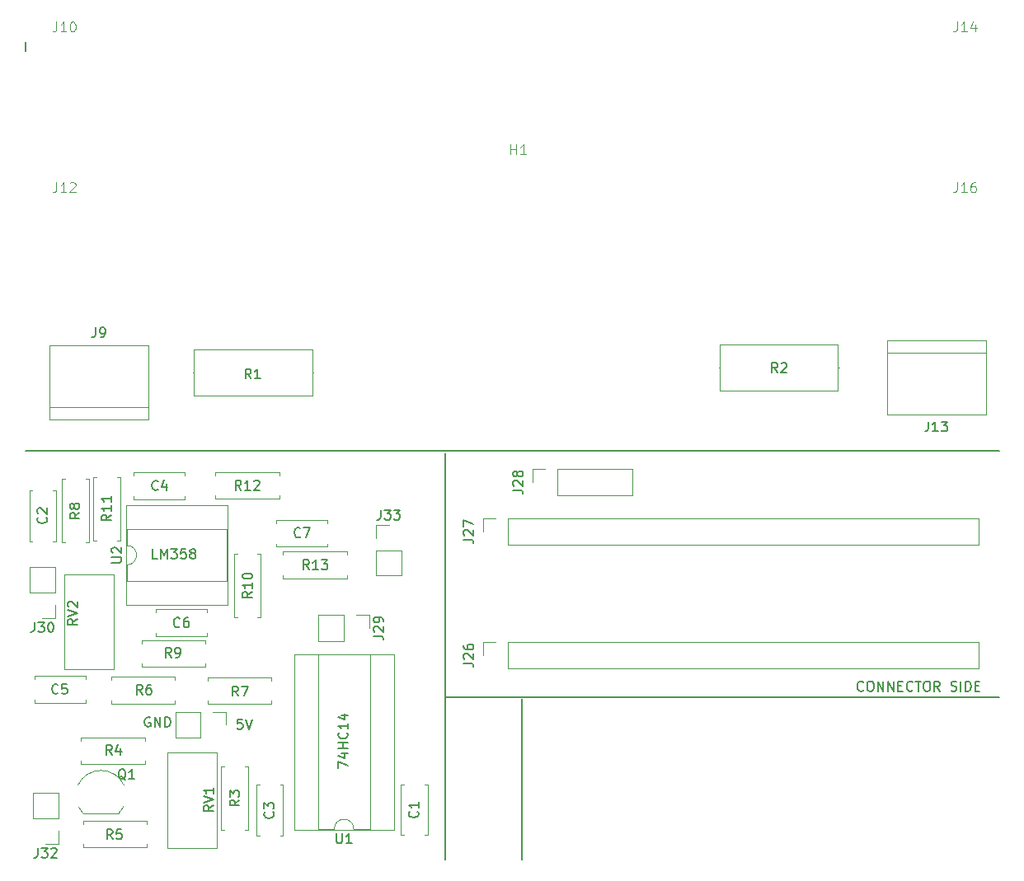
<source format=gbr>
%TF.GenerationSoftware,KiCad,Pcbnew,7.0.11+dfsg-1build4*%
%TF.CreationDate,2025-11-16T19:22:10-06:00*%
%TF.ProjectId,AdapterBoard,41646170-7465-4724-926f-6172642e6b69,rev?*%
%TF.SameCoordinates,Original*%
%TF.FileFunction,Legend,Top*%
%TF.FilePolarity,Positive*%
%FSLAX46Y46*%
G04 Gerber Fmt 4.6, Leading zero omitted, Abs format (unit mm)*
G04 Created by KiCad (PCBNEW 7.0.11+dfsg-1build4) date 2025-11-16 19:22:10*
%MOMM*%
%LPD*%
G01*
G04 APERTURE LIST*
%ADD10C,0.150000*%
%ADD11C,0.200000*%
%ADD12C,0.100000*%
%ADD13C,0.120000*%
G04 APERTURE END LIST*
D10*
X30000000Y-88000000D02*
X130000000Y-88000000D01*
D11*
X30000000Y-47000000D02*
X30000000Y-46000000D01*
D10*
X81000000Y-113500000D02*
X81000000Y-130000000D01*
X73120000Y-88310000D02*
X73120000Y-130000000D01*
X130000000Y-113310000D02*
X73120000Y-113310000D01*
X42810588Y-115427438D02*
X42715350Y-115379819D01*
X42715350Y-115379819D02*
X42572493Y-115379819D01*
X42572493Y-115379819D02*
X42429636Y-115427438D01*
X42429636Y-115427438D02*
X42334398Y-115522676D01*
X42334398Y-115522676D02*
X42286779Y-115617914D01*
X42286779Y-115617914D02*
X42239160Y-115808390D01*
X42239160Y-115808390D02*
X42239160Y-115951247D01*
X42239160Y-115951247D02*
X42286779Y-116141723D01*
X42286779Y-116141723D02*
X42334398Y-116236961D01*
X42334398Y-116236961D02*
X42429636Y-116332200D01*
X42429636Y-116332200D02*
X42572493Y-116379819D01*
X42572493Y-116379819D02*
X42667731Y-116379819D01*
X42667731Y-116379819D02*
X42810588Y-116332200D01*
X42810588Y-116332200D02*
X42858207Y-116284580D01*
X42858207Y-116284580D02*
X42858207Y-115951247D01*
X42858207Y-115951247D02*
X42667731Y-115951247D01*
X43286779Y-116379819D02*
X43286779Y-115379819D01*
X43286779Y-115379819D02*
X43858207Y-116379819D01*
X43858207Y-116379819D02*
X43858207Y-115379819D01*
X44334398Y-116379819D02*
X44334398Y-115379819D01*
X44334398Y-115379819D02*
X44572493Y-115379819D01*
X44572493Y-115379819D02*
X44715350Y-115427438D01*
X44715350Y-115427438D02*
X44810588Y-115522676D01*
X44810588Y-115522676D02*
X44858207Y-115617914D01*
X44858207Y-115617914D02*
X44905826Y-115808390D01*
X44905826Y-115808390D02*
X44905826Y-115951247D01*
X44905826Y-115951247D02*
X44858207Y-116141723D01*
X44858207Y-116141723D02*
X44810588Y-116236961D01*
X44810588Y-116236961D02*
X44715350Y-116332200D01*
X44715350Y-116332200D02*
X44572493Y-116379819D01*
X44572493Y-116379819D02*
X44334398Y-116379819D01*
X43572969Y-99109819D02*
X43096779Y-99109819D01*
X43096779Y-99109819D02*
X43096779Y-98109819D01*
X43906303Y-99109819D02*
X43906303Y-98109819D01*
X43906303Y-98109819D02*
X44239636Y-98824104D01*
X44239636Y-98824104D02*
X44572969Y-98109819D01*
X44572969Y-98109819D02*
X44572969Y-99109819D01*
X44953922Y-98109819D02*
X45572969Y-98109819D01*
X45572969Y-98109819D02*
X45239636Y-98490771D01*
X45239636Y-98490771D02*
X45382493Y-98490771D01*
X45382493Y-98490771D02*
X45477731Y-98538390D01*
X45477731Y-98538390D02*
X45525350Y-98586009D01*
X45525350Y-98586009D02*
X45572969Y-98681247D01*
X45572969Y-98681247D02*
X45572969Y-98919342D01*
X45572969Y-98919342D02*
X45525350Y-99014580D01*
X45525350Y-99014580D02*
X45477731Y-99062200D01*
X45477731Y-99062200D02*
X45382493Y-99109819D01*
X45382493Y-99109819D02*
X45096779Y-99109819D01*
X45096779Y-99109819D02*
X45001541Y-99062200D01*
X45001541Y-99062200D02*
X44953922Y-99014580D01*
X46477731Y-98109819D02*
X46001541Y-98109819D01*
X46001541Y-98109819D02*
X45953922Y-98586009D01*
X45953922Y-98586009D02*
X46001541Y-98538390D01*
X46001541Y-98538390D02*
X46096779Y-98490771D01*
X46096779Y-98490771D02*
X46334874Y-98490771D01*
X46334874Y-98490771D02*
X46430112Y-98538390D01*
X46430112Y-98538390D02*
X46477731Y-98586009D01*
X46477731Y-98586009D02*
X46525350Y-98681247D01*
X46525350Y-98681247D02*
X46525350Y-98919342D01*
X46525350Y-98919342D02*
X46477731Y-99014580D01*
X46477731Y-99014580D02*
X46430112Y-99062200D01*
X46430112Y-99062200D02*
X46334874Y-99109819D01*
X46334874Y-99109819D02*
X46096779Y-99109819D01*
X46096779Y-99109819D02*
X46001541Y-99062200D01*
X46001541Y-99062200D02*
X45953922Y-99014580D01*
X47096779Y-98538390D02*
X47001541Y-98490771D01*
X47001541Y-98490771D02*
X46953922Y-98443152D01*
X46953922Y-98443152D02*
X46906303Y-98347914D01*
X46906303Y-98347914D02*
X46906303Y-98300295D01*
X46906303Y-98300295D02*
X46953922Y-98205057D01*
X46953922Y-98205057D02*
X47001541Y-98157438D01*
X47001541Y-98157438D02*
X47096779Y-98109819D01*
X47096779Y-98109819D02*
X47287255Y-98109819D01*
X47287255Y-98109819D02*
X47382493Y-98157438D01*
X47382493Y-98157438D02*
X47430112Y-98205057D01*
X47430112Y-98205057D02*
X47477731Y-98300295D01*
X47477731Y-98300295D02*
X47477731Y-98347914D01*
X47477731Y-98347914D02*
X47430112Y-98443152D01*
X47430112Y-98443152D02*
X47382493Y-98490771D01*
X47382493Y-98490771D02*
X47287255Y-98538390D01*
X47287255Y-98538390D02*
X47096779Y-98538390D01*
X47096779Y-98538390D02*
X47001541Y-98586009D01*
X47001541Y-98586009D02*
X46953922Y-98633628D01*
X46953922Y-98633628D02*
X46906303Y-98728866D01*
X46906303Y-98728866D02*
X46906303Y-98919342D01*
X46906303Y-98919342D02*
X46953922Y-99014580D01*
X46953922Y-99014580D02*
X47001541Y-99062200D01*
X47001541Y-99062200D02*
X47096779Y-99109819D01*
X47096779Y-99109819D02*
X47287255Y-99109819D01*
X47287255Y-99109819D02*
X47382493Y-99062200D01*
X47382493Y-99062200D02*
X47430112Y-99014580D01*
X47430112Y-99014580D02*
X47477731Y-98919342D01*
X47477731Y-98919342D02*
X47477731Y-98728866D01*
X47477731Y-98728866D02*
X47430112Y-98633628D01*
X47430112Y-98633628D02*
X47382493Y-98586009D01*
X47382493Y-98586009D02*
X47287255Y-98538390D01*
X62119819Y-120608458D02*
X62119819Y-119941792D01*
X62119819Y-119941792D02*
X63119819Y-120370363D01*
X62453152Y-119132268D02*
X63119819Y-119132268D01*
X62072200Y-119370363D02*
X62786485Y-119608458D01*
X62786485Y-119608458D02*
X62786485Y-118989411D01*
X63119819Y-118608458D02*
X62119819Y-118608458D01*
X62596009Y-118608458D02*
X62596009Y-118037030D01*
X63119819Y-118037030D02*
X62119819Y-118037030D01*
X63024580Y-116989411D02*
X63072200Y-117037030D01*
X63072200Y-117037030D02*
X63119819Y-117179887D01*
X63119819Y-117179887D02*
X63119819Y-117275125D01*
X63119819Y-117275125D02*
X63072200Y-117417982D01*
X63072200Y-117417982D02*
X62976961Y-117513220D01*
X62976961Y-117513220D02*
X62881723Y-117560839D01*
X62881723Y-117560839D02*
X62691247Y-117608458D01*
X62691247Y-117608458D02*
X62548390Y-117608458D01*
X62548390Y-117608458D02*
X62357914Y-117560839D01*
X62357914Y-117560839D02*
X62262676Y-117513220D01*
X62262676Y-117513220D02*
X62167438Y-117417982D01*
X62167438Y-117417982D02*
X62119819Y-117275125D01*
X62119819Y-117275125D02*
X62119819Y-117179887D01*
X62119819Y-117179887D02*
X62167438Y-117037030D01*
X62167438Y-117037030D02*
X62215057Y-116989411D01*
X63119819Y-116037030D02*
X63119819Y-116608458D01*
X63119819Y-116322744D02*
X62119819Y-116322744D01*
X62119819Y-116322744D02*
X62262676Y-116417982D01*
X62262676Y-116417982D02*
X62357914Y-116513220D01*
X62357914Y-116513220D02*
X62405533Y-116608458D01*
X62453152Y-115179887D02*
X63119819Y-115179887D01*
X62072200Y-115417982D02*
X62786485Y-115656077D01*
X62786485Y-115656077D02*
X62786485Y-115037030D01*
X116058207Y-112624580D02*
X116010588Y-112672200D01*
X116010588Y-112672200D02*
X115867731Y-112719819D01*
X115867731Y-112719819D02*
X115772493Y-112719819D01*
X115772493Y-112719819D02*
X115629636Y-112672200D01*
X115629636Y-112672200D02*
X115534398Y-112576961D01*
X115534398Y-112576961D02*
X115486779Y-112481723D01*
X115486779Y-112481723D02*
X115439160Y-112291247D01*
X115439160Y-112291247D02*
X115439160Y-112148390D01*
X115439160Y-112148390D02*
X115486779Y-111957914D01*
X115486779Y-111957914D02*
X115534398Y-111862676D01*
X115534398Y-111862676D02*
X115629636Y-111767438D01*
X115629636Y-111767438D02*
X115772493Y-111719819D01*
X115772493Y-111719819D02*
X115867731Y-111719819D01*
X115867731Y-111719819D02*
X116010588Y-111767438D01*
X116010588Y-111767438D02*
X116058207Y-111815057D01*
X116677255Y-111719819D02*
X116867731Y-111719819D01*
X116867731Y-111719819D02*
X116962969Y-111767438D01*
X116962969Y-111767438D02*
X117058207Y-111862676D01*
X117058207Y-111862676D02*
X117105826Y-112053152D01*
X117105826Y-112053152D02*
X117105826Y-112386485D01*
X117105826Y-112386485D02*
X117058207Y-112576961D01*
X117058207Y-112576961D02*
X116962969Y-112672200D01*
X116962969Y-112672200D02*
X116867731Y-112719819D01*
X116867731Y-112719819D02*
X116677255Y-112719819D01*
X116677255Y-112719819D02*
X116582017Y-112672200D01*
X116582017Y-112672200D02*
X116486779Y-112576961D01*
X116486779Y-112576961D02*
X116439160Y-112386485D01*
X116439160Y-112386485D02*
X116439160Y-112053152D01*
X116439160Y-112053152D02*
X116486779Y-111862676D01*
X116486779Y-111862676D02*
X116582017Y-111767438D01*
X116582017Y-111767438D02*
X116677255Y-111719819D01*
X117534398Y-112719819D02*
X117534398Y-111719819D01*
X117534398Y-111719819D02*
X118105826Y-112719819D01*
X118105826Y-112719819D02*
X118105826Y-111719819D01*
X118582017Y-112719819D02*
X118582017Y-111719819D01*
X118582017Y-111719819D02*
X119153445Y-112719819D01*
X119153445Y-112719819D02*
X119153445Y-111719819D01*
X119629636Y-112196009D02*
X119962969Y-112196009D01*
X120105826Y-112719819D02*
X119629636Y-112719819D01*
X119629636Y-112719819D02*
X119629636Y-111719819D01*
X119629636Y-111719819D02*
X120105826Y-111719819D01*
X121105826Y-112624580D02*
X121058207Y-112672200D01*
X121058207Y-112672200D02*
X120915350Y-112719819D01*
X120915350Y-112719819D02*
X120820112Y-112719819D01*
X120820112Y-112719819D02*
X120677255Y-112672200D01*
X120677255Y-112672200D02*
X120582017Y-112576961D01*
X120582017Y-112576961D02*
X120534398Y-112481723D01*
X120534398Y-112481723D02*
X120486779Y-112291247D01*
X120486779Y-112291247D02*
X120486779Y-112148390D01*
X120486779Y-112148390D02*
X120534398Y-111957914D01*
X120534398Y-111957914D02*
X120582017Y-111862676D01*
X120582017Y-111862676D02*
X120677255Y-111767438D01*
X120677255Y-111767438D02*
X120820112Y-111719819D01*
X120820112Y-111719819D02*
X120915350Y-111719819D01*
X120915350Y-111719819D02*
X121058207Y-111767438D01*
X121058207Y-111767438D02*
X121105826Y-111815057D01*
X121391541Y-111719819D02*
X121962969Y-111719819D01*
X121677255Y-112719819D02*
X121677255Y-111719819D01*
X122486779Y-111719819D02*
X122677255Y-111719819D01*
X122677255Y-111719819D02*
X122772493Y-111767438D01*
X122772493Y-111767438D02*
X122867731Y-111862676D01*
X122867731Y-111862676D02*
X122915350Y-112053152D01*
X122915350Y-112053152D02*
X122915350Y-112386485D01*
X122915350Y-112386485D02*
X122867731Y-112576961D01*
X122867731Y-112576961D02*
X122772493Y-112672200D01*
X122772493Y-112672200D02*
X122677255Y-112719819D01*
X122677255Y-112719819D02*
X122486779Y-112719819D01*
X122486779Y-112719819D02*
X122391541Y-112672200D01*
X122391541Y-112672200D02*
X122296303Y-112576961D01*
X122296303Y-112576961D02*
X122248684Y-112386485D01*
X122248684Y-112386485D02*
X122248684Y-112053152D01*
X122248684Y-112053152D02*
X122296303Y-111862676D01*
X122296303Y-111862676D02*
X122391541Y-111767438D01*
X122391541Y-111767438D02*
X122486779Y-111719819D01*
X123915350Y-112719819D02*
X123582017Y-112243628D01*
X123343922Y-112719819D02*
X123343922Y-111719819D01*
X123343922Y-111719819D02*
X123724874Y-111719819D01*
X123724874Y-111719819D02*
X123820112Y-111767438D01*
X123820112Y-111767438D02*
X123867731Y-111815057D01*
X123867731Y-111815057D02*
X123915350Y-111910295D01*
X123915350Y-111910295D02*
X123915350Y-112053152D01*
X123915350Y-112053152D02*
X123867731Y-112148390D01*
X123867731Y-112148390D02*
X123820112Y-112196009D01*
X123820112Y-112196009D02*
X123724874Y-112243628D01*
X123724874Y-112243628D02*
X123343922Y-112243628D01*
X125058208Y-112672200D02*
X125201065Y-112719819D01*
X125201065Y-112719819D02*
X125439160Y-112719819D01*
X125439160Y-112719819D02*
X125534398Y-112672200D01*
X125534398Y-112672200D02*
X125582017Y-112624580D01*
X125582017Y-112624580D02*
X125629636Y-112529342D01*
X125629636Y-112529342D02*
X125629636Y-112434104D01*
X125629636Y-112434104D02*
X125582017Y-112338866D01*
X125582017Y-112338866D02*
X125534398Y-112291247D01*
X125534398Y-112291247D02*
X125439160Y-112243628D01*
X125439160Y-112243628D02*
X125248684Y-112196009D01*
X125248684Y-112196009D02*
X125153446Y-112148390D01*
X125153446Y-112148390D02*
X125105827Y-112100771D01*
X125105827Y-112100771D02*
X125058208Y-112005533D01*
X125058208Y-112005533D02*
X125058208Y-111910295D01*
X125058208Y-111910295D02*
X125105827Y-111815057D01*
X125105827Y-111815057D02*
X125153446Y-111767438D01*
X125153446Y-111767438D02*
X125248684Y-111719819D01*
X125248684Y-111719819D02*
X125486779Y-111719819D01*
X125486779Y-111719819D02*
X125629636Y-111767438D01*
X126058208Y-112719819D02*
X126058208Y-111719819D01*
X126534398Y-112719819D02*
X126534398Y-111719819D01*
X126534398Y-111719819D02*
X126772493Y-111719819D01*
X126772493Y-111719819D02*
X126915350Y-111767438D01*
X126915350Y-111767438D02*
X127010588Y-111862676D01*
X127010588Y-111862676D02*
X127058207Y-111957914D01*
X127058207Y-111957914D02*
X127105826Y-112148390D01*
X127105826Y-112148390D02*
X127105826Y-112291247D01*
X127105826Y-112291247D02*
X127058207Y-112481723D01*
X127058207Y-112481723D02*
X127010588Y-112576961D01*
X127010588Y-112576961D02*
X126915350Y-112672200D01*
X126915350Y-112672200D02*
X126772493Y-112719819D01*
X126772493Y-112719819D02*
X126534398Y-112719819D01*
X127534398Y-112196009D02*
X127867731Y-112196009D01*
X128010588Y-112719819D02*
X127534398Y-112719819D01*
X127534398Y-112719819D02*
X127534398Y-111719819D01*
X127534398Y-111719819D02*
X128010588Y-111719819D01*
X52282969Y-115619819D02*
X51806779Y-115619819D01*
X51806779Y-115619819D02*
X51759160Y-116096009D01*
X51759160Y-116096009D02*
X51806779Y-116048390D01*
X51806779Y-116048390D02*
X51902017Y-116000771D01*
X51902017Y-116000771D02*
X52140112Y-116000771D01*
X52140112Y-116000771D02*
X52235350Y-116048390D01*
X52235350Y-116048390D02*
X52282969Y-116096009D01*
X52282969Y-116096009D02*
X52330588Y-116191247D01*
X52330588Y-116191247D02*
X52330588Y-116429342D01*
X52330588Y-116429342D02*
X52282969Y-116524580D01*
X52282969Y-116524580D02*
X52235350Y-116572200D01*
X52235350Y-116572200D02*
X52140112Y-116619819D01*
X52140112Y-116619819D02*
X51902017Y-116619819D01*
X51902017Y-116619819D02*
X51806779Y-116572200D01*
X51806779Y-116572200D02*
X51759160Y-116524580D01*
X52616303Y-115619819D02*
X52949636Y-116619819D01*
X52949636Y-116619819D02*
X53282969Y-115619819D01*
X37206666Y-75374819D02*
X37206666Y-76089104D01*
X37206666Y-76089104D02*
X37159047Y-76231961D01*
X37159047Y-76231961D02*
X37063809Y-76327200D01*
X37063809Y-76327200D02*
X36920952Y-76374819D01*
X36920952Y-76374819D02*
X36825714Y-76374819D01*
X37730476Y-76374819D02*
X37920952Y-76374819D01*
X37920952Y-76374819D02*
X38016190Y-76327200D01*
X38016190Y-76327200D02*
X38063809Y-76279580D01*
X38063809Y-76279580D02*
X38159047Y-76136723D01*
X38159047Y-76136723D02*
X38206666Y-75946247D01*
X38206666Y-75946247D02*
X38206666Y-75565295D01*
X38206666Y-75565295D02*
X38159047Y-75470057D01*
X38159047Y-75470057D02*
X38111428Y-75422438D01*
X38111428Y-75422438D02*
X38016190Y-75374819D01*
X38016190Y-75374819D02*
X37825714Y-75374819D01*
X37825714Y-75374819D02*
X37730476Y-75422438D01*
X37730476Y-75422438D02*
X37682857Y-75470057D01*
X37682857Y-75470057D02*
X37635238Y-75565295D01*
X37635238Y-75565295D02*
X37635238Y-75803390D01*
X37635238Y-75803390D02*
X37682857Y-75898628D01*
X37682857Y-75898628D02*
X37730476Y-75946247D01*
X37730476Y-75946247D02*
X37825714Y-75993866D01*
X37825714Y-75993866D02*
X38016190Y-75993866D01*
X38016190Y-75993866D02*
X38111428Y-75946247D01*
X38111428Y-75946247D02*
X38159047Y-75898628D01*
X38159047Y-75898628D02*
X38206666Y-75803390D01*
D12*
X33190476Y-43957419D02*
X33190476Y-44671704D01*
X33190476Y-44671704D02*
X33142857Y-44814561D01*
X33142857Y-44814561D02*
X33047619Y-44909800D01*
X33047619Y-44909800D02*
X32904762Y-44957419D01*
X32904762Y-44957419D02*
X32809524Y-44957419D01*
X34190476Y-44957419D02*
X33619048Y-44957419D01*
X33904762Y-44957419D02*
X33904762Y-43957419D01*
X33904762Y-43957419D02*
X33809524Y-44100276D01*
X33809524Y-44100276D02*
X33714286Y-44195514D01*
X33714286Y-44195514D02*
X33619048Y-44243133D01*
X34809524Y-43957419D02*
X34904762Y-43957419D01*
X34904762Y-43957419D02*
X35000000Y-44005038D01*
X35000000Y-44005038D02*
X35047619Y-44052657D01*
X35047619Y-44052657D02*
X35095238Y-44147895D01*
X35095238Y-44147895D02*
X35142857Y-44338371D01*
X35142857Y-44338371D02*
X35142857Y-44576466D01*
X35142857Y-44576466D02*
X35095238Y-44766942D01*
X35095238Y-44766942D02*
X35047619Y-44862180D01*
X35047619Y-44862180D02*
X35000000Y-44909800D01*
X35000000Y-44909800D02*
X34904762Y-44957419D01*
X34904762Y-44957419D02*
X34809524Y-44957419D01*
X34809524Y-44957419D02*
X34714286Y-44909800D01*
X34714286Y-44909800D02*
X34666667Y-44862180D01*
X34666667Y-44862180D02*
X34619048Y-44766942D01*
X34619048Y-44766942D02*
X34571429Y-44576466D01*
X34571429Y-44576466D02*
X34571429Y-44338371D01*
X34571429Y-44338371D02*
X34619048Y-44147895D01*
X34619048Y-44147895D02*
X34666667Y-44052657D01*
X34666667Y-44052657D02*
X34714286Y-44005038D01*
X34714286Y-44005038D02*
X34809524Y-43957419D01*
X33190476Y-60457419D02*
X33190476Y-61171704D01*
X33190476Y-61171704D02*
X33142857Y-61314561D01*
X33142857Y-61314561D02*
X33047619Y-61409800D01*
X33047619Y-61409800D02*
X32904762Y-61457419D01*
X32904762Y-61457419D02*
X32809524Y-61457419D01*
X34190476Y-61457419D02*
X33619048Y-61457419D01*
X33904762Y-61457419D02*
X33904762Y-60457419D01*
X33904762Y-60457419D02*
X33809524Y-60600276D01*
X33809524Y-60600276D02*
X33714286Y-60695514D01*
X33714286Y-60695514D02*
X33619048Y-60743133D01*
X34571429Y-60552657D02*
X34619048Y-60505038D01*
X34619048Y-60505038D02*
X34714286Y-60457419D01*
X34714286Y-60457419D02*
X34952381Y-60457419D01*
X34952381Y-60457419D02*
X35047619Y-60505038D01*
X35047619Y-60505038D02*
X35095238Y-60552657D01*
X35095238Y-60552657D02*
X35142857Y-60647895D01*
X35142857Y-60647895D02*
X35142857Y-60743133D01*
X35142857Y-60743133D02*
X35095238Y-60885990D01*
X35095238Y-60885990D02*
X34523810Y-61457419D01*
X34523810Y-61457419D02*
X35142857Y-61457419D01*
D10*
X122730476Y-85034819D02*
X122730476Y-85749104D01*
X122730476Y-85749104D02*
X122682857Y-85891961D01*
X122682857Y-85891961D02*
X122587619Y-85987200D01*
X122587619Y-85987200D02*
X122444762Y-86034819D01*
X122444762Y-86034819D02*
X122349524Y-86034819D01*
X123730476Y-86034819D02*
X123159048Y-86034819D01*
X123444762Y-86034819D02*
X123444762Y-85034819D01*
X123444762Y-85034819D02*
X123349524Y-85177676D01*
X123349524Y-85177676D02*
X123254286Y-85272914D01*
X123254286Y-85272914D02*
X123159048Y-85320533D01*
X124063810Y-85034819D02*
X124682857Y-85034819D01*
X124682857Y-85034819D02*
X124349524Y-85415771D01*
X124349524Y-85415771D02*
X124492381Y-85415771D01*
X124492381Y-85415771D02*
X124587619Y-85463390D01*
X124587619Y-85463390D02*
X124635238Y-85511009D01*
X124635238Y-85511009D02*
X124682857Y-85606247D01*
X124682857Y-85606247D02*
X124682857Y-85844342D01*
X124682857Y-85844342D02*
X124635238Y-85939580D01*
X124635238Y-85939580D02*
X124587619Y-85987200D01*
X124587619Y-85987200D02*
X124492381Y-86034819D01*
X124492381Y-86034819D02*
X124206667Y-86034819D01*
X124206667Y-86034819D02*
X124111429Y-85987200D01*
X124111429Y-85987200D02*
X124063810Y-85939580D01*
D12*
X125690476Y-43957419D02*
X125690476Y-44671704D01*
X125690476Y-44671704D02*
X125642857Y-44814561D01*
X125642857Y-44814561D02*
X125547619Y-44909800D01*
X125547619Y-44909800D02*
X125404762Y-44957419D01*
X125404762Y-44957419D02*
X125309524Y-44957419D01*
X126690476Y-44957419D02*
X126119048Y-44957419D01*
X126404762Y-44957419D02*
X126404762Y-43957419D01*
X126404762Y-43957419D02*
X126309524Y-44100276D01*
X126309524Y-44100276D02*
X126214286Y-44195514D01*
X126214286Y-44195514D02*
X126119048Y-44243133D01*
X127547619Y-44290752D02*
X127547619Y-44957419D01*
X127309524Y-43909800D02*
X127071429Y-44624085D01*
X127071429Y-44624085D02*
X127690476Y-44624085D01*
X125690476Y-60457419D02*
X125690476Y-61171704D01*
X125690476Y-61171704D02*
X125642857Y-61314561D01*
X125642857Y-61314561D02*
X125547619Y-61409800D01*
X125547619Y-61409800D02*
X125404762Y-61457419D01*
X125404762Y-61457419D02*
X125309524Y-61457419D01*
X126690476Y-61457419D02*
X126119048Y-61457419D01*
X126404762Y-61457419D02*
X126404762Y-60457419D01*
X126404762Y-60457419D02*
X126309524Y-60600276D01*
X126309524Y-60600276D02*
X126214286Y-60695514D01*
X126214286Y-60695514D02*
X126119048Y-60743133D01*
X127547619Y-60457419D02*
X127357143Y-60457419D01*
X127357143Y-60457419D02*
X127261905Y-60505038D01*
X127261905Y-60505038D02*
X127214286Y-60552657D01*
X127214286Y-60552657D02*
X127119048Y-60695514D01*
X127119048Y-60695514D02*
X127071429Y-60885990D01*
X127071429Y-60885990D02*
X127071429Y-61266942D01*
X127071429Y-61266942D02*
X127119048Y-61362180D01*
X127119048Y-61362180D02*
X127166667Y-61409800D01*
X127166667Y-61409800D02*
X127261905Y-61457419D01*
X127261905Y-61457419D02*
X127452381Y-61457419D01*
X127452381Y-61457419D02*
X127547619Y-61409800D01*
X127547619Y-61409800D02*
X127595238Y-61362180D01*
X127595238Y-61362180D02*
X127642857Y-61266942D01*
X127642857Y-61266942D02*
X127642857Y-61028847D01*
X127642857Y-61028847D02*
X127595238Y-60933609D01*
X127595238Y-60933609D02*
X127547619Y-60885990D01*
X127547619Y-60885990D02*
X127452381Y-60838371D01*
X127452381Y-60838371D02*
X127261905Y-60838371D01*
X127261905Y-60838371D02*
X127166667Y-60885990D01*
X127166667Y-60885990D02*
X127119048Y-60933609D01*
X127119048Y-60933609D02*
X127071429Y-61028847D01*
D10*
X52157142Y-92064819D02*
X51823809Y-91588628D01*
X51585714Y-92064819D02*
X51585714Y-91064819D01*
X51585714Y-91064819D02*
X51966666Y-91064819D01*
X51966666Y-91064819D02*
X52061904Y-91112438D01*
X52061904Y-91112438D02*
X52109523Y-91160057D01*
X52109523Y-91160057D02*
X52157142Y-91255295D01*
X52157142Y-91255295D02*
X52157142Y-91398152D01*
X52157142Y-91398152D02*
X52109523Y-91493390D01*
X52109523Y-91493390D02*
X52061904Y-91541009D01*
X52061904Y-91541009D02*
X51966666Y-91588628D01*
X51966666Y-91588628D02*
X51585714Y-91588628D01*
X53109523Y-92064819D02*
X52538095Y-92064819D01*
X52823809Y-92064819D02*
X52823809Y-91064819D01*
X52823809Y-91064819D02*
X52728571Y-91207676D01*
X52728571Y-91207676D02*
X52633333Y-91302914D01*
X52633333Y-91302914D02*
X52538095Y-91350533D01*
X53490476Y-91160057D02*
X53538095Y-91112438D01*
X53538095Y-91112438D02*
X53633333Y-91064819D01*
X53633333Y-91064819D02*
X53871428Y-91064819D01*
X53871428Y-91064819D02*
X53966666Y-91112438D01*
X53966666Y-91112438D02*
X54014285Y-91160057D01*
X54014285Y-91160057D02*
X54061904Y-91255295D01*
X54061904Y-91255295D02*
X54061904Y-91350533D01*
X54061904Y-91350533D02*
X54014285Y-91493390D01*
X54014285Y-91493390D02*
X53442857Y-92064819D01*
X53442857Y-92064819D02*
X54061904Y-92064819D01*
X40304761Y-121850057D02*
X40209523Y-121802438D01*
X40209523Y-121802438D02*
X40114285Y-121707200D01*
X40114285Y-121707200D02*
X39971428Y-121564342D01*
X39971428Y-121564342D02*
X39876190Y-121516723D01*
X39876190Y-121516723D02*
X39780952Y-121516723D01*
X39828571Y-121754819D02*
X39733333Y-121707200D01*
X39733333Y-121707200D02*
X39638095Y-121611961D01*
X39638095Y-121611961D02*
X39590476Y-121421485D01*
X39590476Y-121421485D02*
X39590476Y-121088152D01*
X39590476Y-121088152D02*
X39638095Y-120897676D01*
X39638095Y-120897676D02*
X39733333Y-120802438D01*
X39733333Y-120802438D02*
X39828571Y-120754819D01*
X39828571Y-120754819D02*
X40019047Y-120754819D01*
X40019047Y-120754819D02*
X40114285Y-120802438D01*
X40114285Y-120802438D02*
X40209523Y-120897676D01*
X40209523Y-120897676D02*
X40257142Y-121088152D01*
X40257142Y-121088152D02*
X40257142Y-121421485D01*
X40257142Y-121421485D02*
X40209523Y-121611961D01*
X40209523Y-121611961D02*
X40114285Y-121707200D01*
X40114285Y-121707200D02*
X40019047Y-121754819D01*
X40019047Y-121754819D02*
X39828571Y-121754819D01*
X41209523Y-121754819D02*
X40638095Y-121754819D01*
X40923809Y-121754819D02*
X40923809Y-120754819D01*
X40923809Y-120754819D02*
X40828571Y-120897676D01*
X40828571Y-120897676D02*
X40733333Y-120992914D01*
X40733333Y-120992914D02*
X40638095Y-121040533D01*
X53173333Y-80614819D02*
X52840000Y-80138628D01*
X52601905Y-80614819D02*
X52601905Y-79614819D01*
X52601905Y-79614819D02*
X52982857Y-79614819D01*
X52982857Y-79614819D02*
X53078095Y-79662438D01*
X53078095Y-79662438D02*
X53125714Y-79710057D01*
X53125714Y-79710057D02*
X53173333Y-79805295D01*
X53173333Y-79805295D02*
X53173333Y-79948152D01*
X53173333Y-79948152D02*
X53125714Y-80043390D01*
X53125714Y-80043390D02*
X53078095Y-80091009D01*
X53078095Y-80091009D02*
X52982857Y-80138628D01*
X52982857Y-80138628D02*
X52601905Y-80138628D01*
X54125714Y-80614819D02*
X53554286Y-80614819D01*
X53840000Y-80614819D02*
X53840000Y-79614819D01*
X53840000Y-79614819D02*
X53744762Y-79757676D01*
X53744762Y-79757676D02*
X53649524Y-79852914D01*
X53649524Y-79852914D02*
X53554286Y-79900533D01*
X66510476Y-94104819D02*
X66510476Y-94819104D01*
X66510476Y-94819104D02*
X66462857Y-94961961D01*
X66462857Y-94961961D02*
X66367619Y-95057200D01*
X66367619Y-95057200D02*
X66224762Y-95104819D01*
X66224762Y-95104819D02*
X66129524Y-95104819D01*
X66891429Y-94104819D02*
X67510476Y-94104819D01*
X67510476Y-94104819D02*
X67177143Y-94485771D01*
X67177143Y-94485771D02*
X67320000Y-94485771D01*
X67320000Y-94485771D02*
X67415238Y-94533390D01*
X67415238Y-94533390D02*
X67462857Y-94581009D01*
X67462857Y-94581009D02*
X67510476Y-94676247D01*
X67510476Y-94676247D02*
X67510476Y-94914342D01*
X67510476Y-94914342D02*
X67462857Y-95009580D01*
X67462857Y-95009580D02*
X67415238Y-95057200D01*
X67415238Y-95057200D02*
X67320000Y-95104819D01*
X67320000Y-95104819D02*
X67034286Y-95104819D01*
X67034286Y-95104819D02*
X66939048Y-95057200D01*
X66939048Y-95057200D02*
X66891429Y-95009580D01*
X67843810Y-94104819D02*
X68462857Y-94104819D01*
X68462857Y-94104819D02*
X68129524Y-94485771D01*
X68129524Y-94485771D02*
X68272381Y-94485771D01*
X68272381Y-94485771D02*
X68367619Y-94533390D01*
X68367619Y-94533390D02*
X68415238Y-94581009D01*
X68415238Y-94581009D02*
X68462857Y-94676247D01*
X68462857Y-94676247D02*
X68462857Y-94914342D01*
X68462857Y-94914342D02*
X68415238Y-95009580D01*
X68415238Y-95009580D02*
X68367619Y-95057200D01*
X68367619Y-95057200D02*
X68272381Y-95104819D01*
X68272381Y-95104819D02*
X67986667Y-95104819D01*
X67986667Y-95104819D02*
X67891429Y-95057200D01*
X67891429Y-95057200D02*
X67843810Y-95009580D01*
X59127142Y-100234819D02*
X58793809Y-99758628D01*
X58555714Y-100234819D02*
X58555714Y-99234819D01*
X58555714Y-99234819D02*
X58936666Y-99234819D01*
X58936666Y-99234819D02*
X59031904Y-99282438D01*
X59031904Y-99282438D02*
X59079523Y-99330057D01*
X59079523Y-99330057D02*
X59127142Y-99425295D01*
X59127142Y-99425295D02*
X59127142Y-99568152D01*
X59127142Y-99568152D02*
X59079523Y-99663390D01*
X59079523Y-99663390D02*
X59031904Y-99711009D01*
X59031904Y-99711009D02*
X58936666Y-99758628D01*
X58936666Y-99758628D02*
X58555714Y-99758628D01*
X60079523Y-100234819D02*
X59508095Y-100234819D01*
X59793809Y-100234819D02*
X59793809Y-99234819D01*
X59793809Y-99234819D02*
X59698571Y-99377676D01*
X59698571Y-99377676D02*
X59603333Y-99472914D01*
X59603333Y-99472914D02*
X59508095Y-99520533D01*
X60412857Y-99234819D02*
X61031904Y-99234819D01*
X61031904Y-99234819D02*
X60698571Y-99615771D01*
X60698571Y-99615771D02*
X60841428Y-99615771D01*
X60841428Y-99615771D02*
X60936666Y-99663390D01*
X60936666Y-99663390D02*
X60984285Y-99711009D01*
X60984285Y-99711009D02*
X61031904Y-99806247D01*
X61031904Y-99806247D02*
X61031904Y-100044342D01*
X61031904Y-100044342D02*
X60984285Y-100139580D01*
X60984285Y-100139580D02*
X60936666Y-100187200D01*
X60936666Y-100187200D02*
X60841428Y-100234819D01*
X60841428Y-100234819D02*
X60555714Y-100234819D01*
X60555714Y-100234819D02*
X60460476Y-100187200D01*
X60460476Y-100187200D02*
X60412857Y-100139580D01*
X44973333Y-109264819D02*
X44640000Y-108788628D01*
X44401905Y-109264819D02*
X44401905Y-108264819D01*
X44401905Y-108264819D02*
X44782857Y-108264819D01*
X44782857Y-108264819D02*
X44878095Y-108312438D01*
X44878095Y-108312438D02*
X44925714Y-108360057D01*
X44925714Y-108360057D02*
X44973333Y-108455295D01*
X44973333Y-108455295D02*
X44973333Y-108598152D01*
X44973333Y-108598152D02*
X44925714Y-108693390D01*
X44925714Y-108693390D02*
X44878095Y-108741009D01*
X44878095Y-108741009D02*
X44782857Y-108788628D01*
X44782857Y-108788628D02*
X44401905Y-108788628D01*
X45449524Y-109264819D02*
X45640000Y-109264819D01*
X45640000Y-109264819D02*
X45735238Y-109217200D01*
X45735238Y-109217200D02*
X45782857Y-109169580D01*
X45782857Y-109169580D02*
X45878095Y-109026723D01*
X45878095Y-109026723D02*
X45925714Y-108836247D01*
X45925714Y-108836247D02*
X45925714Y-108455295D01*
X45925714Y-108455295D02*
X45878095Y-108360057D01*
X45878095Y-108360057D02*
X45830476Y-108312438D01*
X45830476Y-108312438D02*
X45735238Y-108264819D01*
X45735238Y-108264819D02*
X45544762Y-108264819D01*
X45544762Y-108264819D02*
X45449524Y-108312438D01*
X45449524Y-108312438D02*
X45401905Y-108360057D01*
X45401905Y-108360057D02*
X45354286Y-108455295D01*
X45354286Y-108455295D02*
X45354286Y-108693390D01*
X45354286Y-108693390D02*
X45401905Y-108788628D01*
X45401905Y-108788628D02*
X45449524Y-108836247D01*
X45449524Y-108836247D02*
X45544762Y-108883866D01*
X45544762Y-108883866D02*
X45735238Y-108883866D01*
X45735238Y-108883866D02*
X45830476Y-108836247D01*
X45830476Y-108836247D02*
X45878095Y-108788628D01*
X45878095Y-108788628D02*
X45925714Y-108693390D01*
X75004819Y-109849523D02*
X75719104Y-109849523D01*
X75719104Y-109849523D02*
X75861961Y-109897142D01*
X75861961Y-109897142D02*
X75957200Y-109992380D01*
X75957200Y-109992380D02*
X76004819Y-110135237D01*
X76004819Y-110135237D02*
X76004819Y-110230475D01*
X75100057Y-109420951D02*
X75052438Y-109373332D01*
X75052438Y-109373332D02*
X75004819Y-109278094D01*
X75004819Y-109278094D02*
X75004819Y-109039999D01*
X75004819Y-109039999D02*
X75052438Y-108944761D01*
X75052438Y-108944761D02*
X75100057Y-108897142D01*
X75100057Y-108897142D02*
X75195295Y-108849523D01*
X75195295Y-108849523D02*
X75290533Y-108849523D01*
X75290533Y-108849523D02*
X75433390Y-108897142D01*
X75433390Y-108897142D02*
X76004819Y-109468570D01*
X76004819Y-109468570D02*
X76004819Y-108849523D01*
X75004819Y-107992380D02*
X75004819Y-108182856D01*
X75004819Y-108182856D02*
X75052438Y-108278094D01*
X75052438Y-108278094D02*
X75100057Y-108325713D01*
X75100057Y-108325713D02*
X75242914Y-108420951D01*
X75242914Y-108420951D02*
X75433390Y-108468570D01*
X75433390Y-108468570D02*
X75814342Y-108468570D01*
X75814342Y-108468570D02*
X75909580Y-108420951D01*
X75909580Y-108420951D02*
X75957200Y-108373332D01*
X75957200Y-108373332D02*
X76004819Y-108278094D01*
X76004819Y-108278094D02*
X76004819Y-108087618D01*
X76004819Y-108087618D02*
X75957200Y-107992380D01*
X75957200Y-107992380D02*
X75909580Y-107944761D01*
X75909580Y-107944761D02*
X75814342Y-107897142D01*
X75814342Y-107897142D02*
X75576247Y-107897142D01*
X75576247Y-107897142D02*
X75481009Y-107944761D01*
X75481009Y-107944761D02*
X75433390Y-107992380D01*
X75433390Y-107992380D02*
X75385771Y-108087618D01*
X75385771Y-108087618D02*
X75385771Y-108278094D01*
X75385771Y-108278094D02*
X75433390Y-108373332D01*
X75433390Y-108373332D02*
X75481009Y-108420951D01*
X75481009Y-108420951D02*
X75576247Y-108468570D01*
X70269580Y-125086666D02*
X70317200Y-125134285D01*
X70317200Y-125134285D02*
X70364819Y-125277142D01*
X70364819Y-125277142D02*
X70364819Y-125372380D01*
X70364819Y-125372380D02*
X70317200Y-125515237D01*
X70317200Y-125515237D02*
X70221961Y-125610475D01*
X70221961Y-125610475D02*
X70126723Y-125658094D01*
X70126723Y-125658094D02*
X69936247Y-125705713D01*
X69936247Y-125705713D02*
X69793390Y-125705713D01*
X69793390Y-125705713D02*
X69602914Y-125658094D01*
X69602914Y-125658094D02*
X69507676Y-125610475D01*
X69507676Y-125610475D02*
X69412438Y-125515237D01*
X69412438Y-125515237D02*
X69364819Y-125372380D01*
X69364819Y-125372380D02*
X69364819Y-125277142D01*
X69364819Y-125277142D02*
X69412438Y-125134285D01*
X69412438Y-125134285D02*
X69460057Y-125086666D01*
X70364819Y-124134285D02*
X70364819Y-124705713D01*
X70364819Y-124419999D02*
X69364819Y-124419999D01*
X69364819Y-124419999D02*
X69507676Y-124515237D01*
X69507676Y-124515237D02*
X69602914Y-124610475D01*
X69602914Y-124610475D02*
X69650533Y-124705713D01*
X43623333Y-91989580D02*
X43575714Y-92037200D01*
X43575714Y-92037200D02*
X43432857Y-92084819D01*
X43432857Y-92084819D02*
X43337619Y-92084819D01*
X43337619Y-92084819D02*
X43194762Y-92037200D01*
X43194762Y-92037200D02*
X43099524Y-91941961D01*
X43099524Y-91941961D02*
X43051905Y-91846723D01*
X43051905Y-91846723D02*
X43004286Y-91656247D01*
X43004286Y-91656247D02*
X43004286Y-91513390D01*
X43004286Y-91513390D02*
X43051905Y-91322914D01*
X43051905Y-91322914D02*
X43099524Y-91227676D01*
X43099524Y-91227676D02*
X43194762Y-91132438D01*
X43194762Y-91132438D02*
X43337619Y-91084819D01*
X43337619Y-91084819D02*
X43432857Y-91084819D01*
X43432857Y-91084819D02*
X43575714Y-91132438D01*
X43575714Y-91132438D02*
X43623333Y-91180057D01*
X44480476Y-91418152D02*
X44480476Y-92084819D01*
X44242381Y-91037200D02*
X44004286Y-91751485D01*
X44004286Y-91751485D02*
X44623333Y-91751485D01*
X38808819Y-94602857D02*
X38332628Y-94936190D01*
X38808819Y-95174285D02*
X37808819Y-95174285D01*
X37808819Y-95174285D02*
X37808819Y-94793333D01*
X37808819Y-94793333D02*
X37856438Y-94698095D01*
X37856438Y-94698095D02*
X37904057Y-94650476D01*
X37904057Y-94650476D02*
X37999295Y-94602857D01*
X37999295Y-94602857D02*
X38142152Y-94602857D01*
X38142152Y-94602857D02*
X38237390Y-94650476D01*
X38237390Y-94650476D02*
X38285009Y-94698095D01*
X38285009Y-94698095D02*
X38332628Y-94793333D01*
X38332628Y-94793333D02*
X38332628Y-95174285D01*
X38808819Y-93650476D02*
X38808819Y-94221904D01*
X38808819Y-93936190D02*
X37808819Y-93936190D01*
X37808819Y-93936190D02*
X37951676Y-94031428D01*
X37951676Y-94031428D02*
X38046914Y-94126666D01*
X38046914Y-94126666D02*
X38094533Y-94221904D01*
X38808819Y-92698095D02*
X38808819Y-93269523D01*
X38808819Y-92983809D02*
X37808819Y-92983809D01*
X37808819Y-92983809D02*
X37951676Y-93079047D01*
X37951676Y-93079047D02*
X38046914Y-93174285D01*
X38046914Y-93174285D02*
X38094533Y-93269523D01*
X80084819Y-92069523D02*
X80799104Y-92069523D01*
X80799104Y-92069523D02*
X80941961Y-92117142D01*
X80941961Y-92117142D02*
X81037200Y-92212380D01*
X81037200Y-92212380D02*
X81084819Y-92355237D01*
X81084819Y-92355237D02*
X81084819Y-92450475D01*
X80180057Y-91640951D02*
X80132438Y-91593332D01*
X80132438Y-91593332D02*
X80084819Y-91498094D01*
X80084819Y-91498094D02*
X80084819Y-91259999D01*
X80084819Y-91259999D02*
X80132438Y-91164761D01*
X80132438Y-91164761D02*
X80180057Y-91117142D01*
X80180057Y-91117142D02*
X80275295Y-91069523D01*
X80275295Y-91069523D02*
X80370533Y-91069523D01*
X80370533Y-91069523D02*
X80513390Y-91117142D01*
X80513390Y-91117142D02*
X81084819Y-91688570D01*
X81084819Y-91688570D02*
X81084819Y-91069523D01*
X80513390Y-90498094D02*
X80465771Y-90593332D01*
X80465771Y-90593332D02*
X80418152Y-90640951D01*
X80418152Y-90640951D02*
X80322914Y-90688570D01*
X80322914Y-90688570D02*
X80275295Y-90688570D01*
X80275295Y-90688570D02*
X80180057Y-90640951D01*
X80180057Y-90640951D02*
X80132438Y-90593332D01*
X80132438Y-90593332D02*
X80084819Y-90498094D01*
X80084819Y-90498094D02*
X80084819Y-90307618D01*
X80084819Y-90307618D02*
X80132438Y-90212380D01*
X80132438Y-90212380D02*
X80180057Y-90164761D01*
X80180057Y-90164761D02*
X80275295Y-90117142D01*
X80275295Y-90117142D02*
X80322914Y-90117142D01*
X80322914Y-90117142D02*
X80418152Y-90164761D01*
X80418152Y-90164761D02*
X80465771Y-90212380D01*
X80465771Y-90212380D02*
X80513390Y-90307618D01*
X80513390Y-90307618D02*
X80513390Y-90498094D01*
X80513390Y-90498094D02*
X80561009Y-90593332D01*
X80561009Y-90593332D02*
X80608628Y-90640951D01*
X80608628Y-90640951D02*
X80703866Y-90688570D01*
X80703866Y-90688570D02*
X80894342Y-90688570D01*
X80894342Y-90688570D02*
X80989580Y-90640951D01*
X80989580Y-90640951D02*
X81037200Y-90593332D01*
X81037200Y-90593332D02*
X81084819Y-90498094D01*
X81084819Y-90498094D02*
X81084819Y-90307618D01*
X81084819Y-90307618D02*
X81037200Y-90212380D01*
X81037200Y-90212380D02*
X80989580Y-90164761D01*
X80989580Y-90164761D02*
X80894342Y-90117142D01*
X80894342Y-90117142D02*
X80703866Y-90117142D01*
X80703866Y-90117142D02*
X80608628Y-90164761D01*
X80608628Y-90164761D02*
X80561009Y-90212380D01*
X80561009Y-90212380D02*
X80513390Y-90307618D01*
X61958095Y-127344819D02*
X61958095Y-128154342D01*
X61958095Y-128154342D02*
X62005714Y-128249580D01*
X62005714Y-128249580D02*
X62053333Y-128297200D01*
X62053333Y-128297200D02*
X62148571Y-128344819D01*
X62148571Y-128344819D02*
X62339047Y-128344819D01*
X62339047Y-128344819D02*
X62434285Y-128297200D01*
X62434285Y-128297200D02*
X62481904Y-128249580D01*
X62481904Y-128249580D02*
X62529523Y-128154342D01*
X62529523Y-128154342D02*
X62529523Y-127344819D01*
X63529523Y-128344819D02*
X62958095Y-128344819D01*
X63243809Y-128344819D02*
X63243809Y-127344819D01*
X63243809Y-127344819D02*
X63148571Y-127487676D01*
X63148571Y-127487676D02*
X63053333Y-127582914D01*
X63053333Y-127582914D02*
X62958095Y-127630533D01*
X75004819Y-97149523D02*
X75719104Y-97149523D01*
X75719104Y-97149523D02*
X75861961Y-97197142D01*
X75861961Y-97197142D02*
X75957200Y-97292380D01*
X75957200Y-97292380D02*
X76004819Y-97435237D01*
X76004819Y-97435237D02*
X76004819Y-97530475D01*
X75100057Y-96720951D02*
X75052438Y-96673332D01*
X75052438Y-96673332D02*
X75004819Y-96578094D01*
X75004819Y-96578094D02*
X75004819Y-96339999D01*
X75004819Y-96339999D02*
X75052438Y-96244761D01*
X75052438Y-96244761D02*
X75100057Y-96197142D01*
X75100057Y-96197142D02*
X75195295Y-96149523D01*
X75195295Y-96149523D02*
X75290533Y-96149523D01*
X75290533Y-96149523D02*
X75433390Y-96197142D01*
X75433390Y-96197142D02*
X76004819Y-96768570D01*
X76004819Y-96768570D02*
X76004819Y-96149523D01*
X75004819Y-95816189D02*
X75004819Y-95149523D01*
X75004819Y-95149523D02*
X76004819Y-95578094D01*
X42003333Y-113074819D02*
X41670000Y-112598628D01*
X41431905Y-113074819D02*
X41431905Y-112074819D01*
X41431905Y-112074819D02*
X41812857Y-112074819D01*
X41812857Y-112074819D02*
X41908095Y-112122438D01*
X41908095Y-112122438D02*
X41955714Y-112170057D01*
X41955714Y-112170057D02*
X42003333Y-112265295D01*
X42003333Y-112265295D02*
X42003333Y-112408152D01*
X42003333Y-112408152D02*
X41955714Y-112503390D01*
X41955714Y-112503390D02*
X41908095Y-112551009D01*
X41908095Y-112551009D02*
X41812857Y-112598628D01*
X41812857Y-112598628D02*
X41431905Y-112598628D01*
X42860476Y-112074819D02*
X42670000Y-112074819D01*
X42670000Y-112074819D02*
X42574762Y-112122438D01*
X42574762Y-112122438D02*
X42527143Y-112170057D01*
X42527143Y-112170057D02*
X42431905Y-112312914D01*
X42431905Y-112312914D02*
X42384286Y-112503390D01*
X42384286Y-112503390D02*
X42384286Y-112884342D01*
X42384286Y-112884342D02*
X42431905Y-112979580D01*
X42431905Y-112979580D02*
X42479524Y-113027200D01*
X42479524Y-113027200D02*
X42574762Y-113074819D01*
X42574762Y-113074819D02*
X42765238Y-113074819D01*
X42765238Y-113074819D02*
X42860476Y-113027200D01*
X42860476Y-113027200D02*
X42908095Y-112979580D01*
X42908095Y-112979580D02*
X42955714Y-112884342D01*
X42955714Y-112884342D02*
X42955714Y-112646247D01*
X42955714Y-112646247D02*
X42908095Y-112551009D01*
X42908095Y-112551009D02*
X42860476Y-112503390D01*
X42860476Y-112503390D02*
X42765238Y-112455771D01*
X42765238Y-112455771D02*
X42574762Y-112455771D01*
X42574762Y-112455771D02*
X42479524Y-112503390D01*
X42479524Y-112503390D02*
X42431905Y-112551009D01*
X42431905Y-112551009D02*
X42384286Y-112646247D01*
X65754819Y-107059523D02*
X66469104Y-107059523D01*
X66469104Y-107059523D02*
X66611961Y-107107142D01*
X66611961Y-107107142D02*
X66707200Y-107202380D01*
X66707200Y-107202380D02*
X66754819Y-107345237D01*
X66754819Y-107345237D02*
X66754819Y-107440475D01*
X65850057Y-106630951D02*
X65802438Y-106583332D01*
X65802438Y-106583332D02*
X65754819Y-106488094D01*
X65754819Y-106488094D02*
X65754819Y-106249999D01*
X65754819Y-106249999D02*
X65802438Y-106154761D01*
X65802438Y-106154761D02*
X65850057Y-106107142D01*
X65850057Y-106107142D02*
X65945295Y-106059523D01*
X65945295Y-106059523D02*
X66040533Y-106059523D01*
X66040533Y-106059523D02*
X66183390Y-106107142D01*
X66183390Y-106107142D02*
X66754819Y-106678570D01*
X66754819Y-106678570D02*
X66754819Y-106059523D01*
X66754819Y-105583332D02*
X66754819Y-105392856D01*
X66754819Y-105392856D02*
X66707200Y-105297618D01*
X66707200Y-105297618D02*
X66659580Y-105249999D01*
X66659580Y-105249999D02*
X66516723Y-105154761D01*
X66516723Y-105154761D02*
X66326247Y-105107142D01*
X66326247Y-105107142D02*
X65945295Y-105107142D01*
X65945295Y-105107142D02*
X65850057Y-105154761D01*
X65850057Y-105154761D02*
X65802438Y-105202380D01*
X65802438Y-105202380D02*
X65754819Y-105297618D01*
X65754819Y-105297618D02*
X65754819Y-105488094D01*
X65754819Y-105488094D02*
X65802438Y-105583332D01*
X65802438Y-105583332D02*
X65850057Y-105630951D01*
X65850057Y-105630951D02*
X65945295Y-105678570D01*
X65945295Y-105678570D02*
X66183390Y-105678570D01*
X66183390Y-105678570D02*
X66278628Y-105630951D01*
X66278628Y-105630951D02*
X66326247Y-105583332D01*
X66326247Y-105583332D02*
X66373866Y-105488094D01*
X66373866Y-105488094D02*
X66373866Y-105297618D01*
X66373866Y-105297618D02*
X66326247Y-105202380D01*
X66326247Y-105202380D02*
X66278628Y-105154761D01*
X66278628Y-105154761D02*
X66183390Y-105107142D01*
X53284819Y-102522857D02*
X52808628Y-102856190D01*
X53284819Y-103094285D02*
X52284819Y-103094285D01*
X52284819Y-103094285D02*
X52284819Y-102713333D01*
X52284819Y-102713333D02*
X52332438Y-102618095D01*
X52332438Y-102618095D02*
X52380057Y-102570476D01*
X52380057Y-102570476D02*
X52475295Y-102522857D01*
X52475295Y-102522857D02*
X52618152Y-102522857D01*
X52618152Y-102522857D02*
X52713390Y-102570476D01*
X52713390Y-102570476D02*
X52761009Y-102618095D01*
X52761009Y-102618095D02*
X52808628Y-102713333D01*
X52808628Y-102713333D02*
X52808628Y-103094285D01*
X53284819Y-101570476D02*
X53284819Y-102141904D01*
X53284819Y-101856190D02*
X52284819Y-101856190D01*
X52284819Y-101856190D02*
X52427676Y-101951428D01*
X52427676Y-101951428D02*
X52522914Y-102046666D01*
X52522914Y-102046666D02*
X52570533Y-102141904D01*
X52284819Y-100951428D02*
X52284819Y-100856190D01*
X52284819Y-100856190D02*
X52332438Y-100760952D01*
X52332438Y-100760952D02*
X52380057Y-100713333D01*
X52380057Y-100713333D02*
X52475295Y-100665714D01*
X52475295Y-100665714D02*
X52665771Y-100618095D01*
X52665771Y-100618095D02*
X52903866Y-100618095D01*
X52903866Y-100618095D02*
X53094342Y-100665714D01*
X53094342Y-100665714D02*
X53189580Y-100713333D01*
X53189580Y-100713333D02*
X53237200Y-100760952D01*
X53237200Y-100760952D02*
X53284819Y-100856190D01*
X53284819Y-100856190D02*
X53284819Y-100951428D01*
X53284819Y-100951428D02*
X53237200Y-101046666D01*
X53237200Y-101046666D02*
X53189580Y-101094285D01*
X53189580Y-101094285D02*
X53094342Y-101141904D01*
X53094342Y-101141904D02*
X52903866Y-101189523D01*
X52903866Y-101189523D02*
X52665771Y-101189523D01*
X52665771Y-101189523D02*
X52475295Y-101141904D01*
X52475295Y-101141904D02*
X52380057Y-101094285D01*
X52380057Y-101094285D02*
X52332438Y-101046666D01*
X52332438Y-101046666D02*
X52284819Y-100951428D01*
X58253333Y-96839580D02*
X58205714Y-96887200D01*
X58205714Y-96887200D02*
X58062857Y-96934819D01*
X58062857Y-96934819D02*
X57967619Y-96934819D01*
X57967619Y-96934819D02*
X57824762Y-96887200D01*
X57824762Y-96887200D02*
X57729524Y-96791961D01*
X57729524Y-96791961D02*
X57681905Y-96696723D01*
X57681905Y-96696723D02*
X57634286Y-96506247D01*
X57634286Y-96506247D02*
X57634286Y-96363390D01*
X57634286Y-96363390D02*
X57681905Y-96172914D01*
X57681905Y-96172914D02*
X57729524Y-96077676D01*
X57729524Y-96077676D02*
X57824762Y-95982438D01*
X57824762Y-95982438D02*
X57967619Y-95934819D01*
X57967619Y-95934819D02*
X58062857Y-95934819D01*
X58062857Y-95934819D02*
X58205714Y-95982438D01*
X58205714Y-95982438D02*
X58253333Y-96030057D01*
X58586667Y-95934819D02*
X59253333Y-95934819D01*
X59253333Y-95934819D02*
X58824762Y-96934819D01*
X51974819Y-123906666D02*
X51498628Y-124239999D01*
X51974819Y-124478094D02*
X50974819Y-124478094D01*
X50974819Y-124478094D02*
X50974819Y-124097142D01*
X50974819Y-124097142D02*
X51022438Y-124001904D01*
X51022438Y-124001904D02*
X51070057Y-123954285D01*
X51070057Y-123954285D02*
X51165295Y-123906666D01*
X51165295Y-123906666D02*
X51308152Y-123906666D01*
X51308152Y-123906666D02*
X51403390Y-123954285D01*
X51403390Y-123954285D02*
X51451009Y-124001904D01*
X51451009Y-124001904D02*
X51498628Y-124097142D01*
X51498628Y-124097142D02*
X51498628Y-124478094D01*
X50974819Y-123573332D02*
X50974819Y-122954285D01*
X50974819Y-122954285D02*
X51355771Y-123287618D01*
X51355771Y-123287618D02*
X51355771Y-123144761D01*
X51355771Y-123144761D02*
X51403390Y-123049523D01*
X51403390Y-123049523D02*
X51451009Y-123001904D01*
X51451009Y-123001904D02*
X51546247Y-122954285D01*
X51546247Y-122954285D02*
X51784342Y-122954285D01*
X51784342Y-122954285D02*
X51879580Y-123001904D01*
X51879580Y-123001904D02*
X51927200Y-123049523D01*
X51927200Y-123049523D02*
X51974819Y-123144761D01*
X51974819Y-123144761D02*
X51974819Y-123430475D01*
X51974819Y-123430475D02*
X51927200Y-123525713D01*
X51927200Y-123525713D02*
X51879580Y-123573332D01*
X38864819Y-99511904D02*
X39674342Y-99511904D01*
X39674342Y-99511904D02*
X39769580Y-99464285D01*
X39769580Y-99464285D02*
X39817200Y-99416666D01*
X39817200Y-99416666D02*
X39864819Y-99321428D01*
X39864819Y-99321428D02*
X39864819Y-99130952D01*
X39864819Y-99130952D02*
X39817200Y-99035714D01*
X39817200Y-99035714D02*
X39769580Y-98988095D01*
X39769580Y-98988095D02*
X39674342Y-98940476D01*
X39674342Y-98940476D02*
X38864819Y-98940476D01*
X38960057Y-98511904D02*
X38912438Y-98464285D01*
X38912438Y-98464285D02*
X38864819Y-98369047D01*
X38864819Y-98369047D02*
X38864819Y-98130952D01*
X38864819Y-98130952D02*
X38912438Y-98035714D01*
X38912438Y-98035714D02*
X38960057Y-97988095D01*
X38960057Y-97988095D02*
X39055295Y-97940476D01*
X39055295Y-97940476D02*
X39150533Y-97940476D01*
X39150533Y-97940476D02*
X39293390Y-97988095D01*
X39293390Y-97988095D02*
X39864819Y-98559523D01*
X39864819Y-98559523D02*
X39864819Y-97940476D01*
X30930476Y-105659819D02*
X30930476Y-106374104D01*
X30930476Y-106374104D02*
X30882857Y-106516961D01*
X30882857Y-106516961D02*
X30787619Y-106612200D01*
X30787619Y-106612200D02*
X30644762Y-106659819D01*
X30644762Y-106659819D02*
X30549524Y-106659819D01*
X31311429Y-105659819D02*
X31930476Y-105659819D01*
X31930476Y-105659819D02*
X31597143Y-106040771D01*
X31597143Y-106040771D02*
X31740000Y-106040771D01*
X31740000Y-106040771D02*
X31835238Y-106088390D01*
X31835238Y-106088390D02*
X31882857Y-106136009D01*
X31882857Y-106136009D02*
X31930476Y-106231247D01*
X31930476Y-106231247D02*
X31930476Y-106469342D01*
X31930476Y-106469342D02*
X31882857Y-106564580D01*
X31882857Y-106564580D02*
X31835238Y-106612200D01*
X31835238Y-106612200D02*
X31740000Y-106659819D01*
X31740000Y-106659819D02*
X31454286Y-106659819D01*
X31454286Y-106659819D02*
X31359048Y-106612200D01*
X31359048Y-106612200D02*
X31311429Y-106564580D01*
X32549524Y-105659819D02*
X32644762Y-105659819D01*
X32644762Y-105659819D02*
X32740000Y-105707438D01*
X32740000Y-105707438D02*
X32787619Y-105755057D01*
X32787619Y-105755057D02*
X32835238Y-105850295D01*
X32835238Y-105850295D02*
X32882857Y-106040771D01*
X32882857Y-106040771D02*
X32882857Y-106278866D01*
X32882857Y-106278866D02*
X32835238Y-106469342D01*
X32835238Y-106469342D02*
X32787619Y-106564580D01*
X32787619Y-106564580D02*
X32740000Y-106612200D01*
X32740000Y-106612200D02*
X32644762Y-106659819D01*
X32644762Y-106659819D02*
X32549524Y-106659819D01*
X32549524Y-106659819D02*
X32454286Y-106612200D01*
X32454286Y-106612200D02*
X32406667Y-106564580D01*
X32406667Y-106564580D02*
X32359048Y-106469342D01*
X32359048Y-106469342D02*
X32311429Y-106278866D01*
X32311429Y-106278866D02*
X32311429Y-106040771D01*
X32311429Y-106040771D02*
X32359048Y-105850295D01*
X32359048Y-105850295D02*
X32406667Y-105755057D01*
X32406667Y-105755057D02*
X32454286Y-105707438D01*
X32454286Y-105707438D02*
X32549524Y-105659819D01*
X107243333Y-79994819D02*
X106910000Y-79518628D01*
X106671905Y-79994819D02*
X106671905Y-78994819D01*
X106671905Y-78994819D02*
X107052857Y-78994819D01*
X107052857Y-78994819D02*
X107148095Y-79042438D01*
X107148095Y-79042438D02*
X107195714Y-79090057D01*
X107195714Y-79090057D02*
X107243333Y-79185295D01*
X107243333Y-79185295D02*
X107243333Y-79328152D01*
X107243333Y-79328152D02*
X107195714Y-79423390D01*
X107195714Y-79423390D02*
X107148095Y-79471009D01*
X107148095Y-79471009D02*
X107052857Y-79518628D01*
X107052857Y-79518628D02*
X106671905Y-79518628D01*
X107624286Y-79090057D02*
X107671905Y-79042438D01*
X107671905Y-79042438D02*
X107767143Y-78994819D01*
X107767143Y-78994819D02*
X108005238Y-78994819D01*
X108005238Y-78994819D02*
X108100476Y-79042438D01*
X108100476Y-79042438D02*
X108148095Y-79090057D01*
X108148095Y-79090057D02*
X108195714Y-79185295D01*
X108195714Y-79185295D02*
X108195714Y-79280533D01*
X108195714Y-79280533D02*
X108148095Y-79423390D01*
X108148095Y-79423390D02*
X107576667Y-79994819D01*
X107576667Y-79994819D02*
X108195714Y-79994819D01*
X38953333Y-127924819D02*
X38620000Y-127448628D01*
X38381905Y-127924819D02*
X38381905Y-126924819D01*
X38381905Y-126924819D02*
X38762857Y-126924819D01*
X38762857Y-126924819D02*
X38858095Y-126972438D01*
X38858095Y-126972438D02*
X38905714Y-127020057D01*
X38905714Y-127020057D02*
X38953333Y-127115295D01*
X38953333Y-127115295D02*
X38953333Y-127258152D01*
X38953333Y-127258152D02*
X38905714Y-127353390D01*
X38905714Y-127353390D02*
X38858095Y-127401009D01*
X38858095Y-127401009D02*
X38762857Y-127448628D01*
X38762857Y-127448628D02*
X38381905Y-127448628D01*
X39858095Y-126924819D02*
X39381905Y-126924819D01*
X39381905Y-126924819D02*
X39334286Y-127401009D01*
X39334286Y-127401009D02*
X39381905Y-127353390D01*
X39381905Y-127353390D02*
X39477143Y-127305771D01*
X39477143Y-127305771D02*
X39715238Y-127305771D01*
X39715238Y-127305771D02*
X39810476Y-127353390D01*
X39810476Y-127353390D02*
X39858095Y-127401009D01*
X39858095Y-127401009D02*
X39905714Y-127496247D01*
X39905714Y-127496247D02*
X39905714Y-127734342D01*
X39905714Y-127734342D02*
X39858095Y-127829580D01*
X39858095Y-127829580D02*
X39810476Y-127877200D01*
X39810476Y-127877200D02*
X39715238Y-127924819D01*
X39715238Y-127924819D02*
X39477143Y-127924819D01*
X39477143Y-127924819D02*
X39381905Y-127877200D01*
X39381905Y-127877200D02*
X39334286Y-127829580D01*
X38883333Y-119254819D02*
X38550000Y-118778628D01*
X38311905Y-119254819D02*
X38311905Y-118254819D01*
X38311905Y-118254819D02*
X38692857Y-118254819D01*
X38692857Y-118254819D02*
X38788095Y-118302438D01*
X38788095Y-118302438D02*
X38835714Y-118350057D01*
X38835714Y-118350057D02*
X38883333Y-118445295D01*
X38883333Y-118445295D02*
X38883333Y-118588152D01*
X38883333Y-118588152D02*
X38835714Y-118683390D01*
X38835714Y-118683390D02*
X38788095Y-118731009D01*
X38788095Y-118731009D02*
X38692857Y-118778628D01*
X38692857Y-118778628D02*
X38311905Y-118778628D01*
X39740476Y-118588152D02*
X39740476Y-119254819D01*
X39502381Y-118207200D02*
X39264286Y-118921485D01*
X39264286Y-118921485D02*
X39883333Y-118921485D01*
X32139580Y-94856666D02*
X32187200Y-94904285D01*
X32187200Y-94904285D02*
X32234819Y-95047142D01*
X32234819Y-95047142D02*
X32234819Y-95142380D01*
X32234819Y-95142380D02*
X32187200Y-95285237D01*
X32187200Y-95285237D02*
X32091961Y-95380475D01*
X32091961Y-95380475D02*
X31996723Y-95428094D01*
X31996723Y-95428094D02*
X31806247Y-95475713D01*
X31806247Y-95475713D02*
X31663390Y-95475713D01*
X31663390Y-95475713D02*
X31472914Y-95428094D01*
X31472914Y-95428094D02*
X31377676Y-95380475D01*
X31377676Y-95380475D02*
X31282438Y-95285237D01*
X31282438Y-95285237D02*
X31234819Y-95142380D01*
X31234819Y-95142380D02*
X31234819Y-95047142D01*
X31234819Y-95047142D02*
X31282438Y-94904285D01*
X31282438Y-94904285D02*
X31330057Y-94856666D01*
X31330057Y-94475713D02*
X31282438Y-94428094D01*
X31282438Y-94428094D02*
X31234819Y-94332856D01*
X31234819Y-94332856D02*
X31234819Y-94094761D01*
X31234819Y-94094761D02*
X31282438Y-93999523D01*
X31282438Y-93999523D02*
X31330057Y-93951904D01*
X31330057Y-93951904D02*
X31425295Y-93904285D01*
X31425295Y-93904285D02*
X31520533Y-93904285D01*
X31520533Y-93904285D02*
X31663390Y-93951904D01*
X31663390Y-93951904D02*
X32234819Y-94523332D01*
X32234819Y-94523332D02*
X32234819Y-93904285D01*
X35334819Y-105305238D02*
X34858628Y-105638571D01*
X35334819Y-105876666D02*
X34334819Y-105876666D01*
X34334819Y-105876666D02*
X34334819Y-105495714D01*
X34334819Y-105495714D02*
X34382438Y-105400476D01*
X34382438Y-105400476D02*
X34430057Y-105352857D01*
X34430057Y-105352857D02*
X34525295Y-105305238D01*
X34525295Y-105305238D02*
X34668152Y-105305238D01*
X34668152Y-105305238D02*
X34763390Y-105352857D01*
X34763390Y-105352857D02*
X34811009Y-105400476D01*
X34811009Y-105400476D02*
X34858628Y-105495714D01*
X34858628Y-105495714D02*
X34858628Y-105876666D01*
X34334819Y-105019523D02*
X35334819Y-104686190D01*
X35334819Y-104686190D02*
X34334819Y-104352857D01*
X34430057Y-104067142D02*
X34382438Y-104019523D01*
X34382438Y-104019523D02*
X34334819Y-103924285D01*
X34334819Y-103924285D02*
X34334819Y-103686190D01*
X34334819Y-103686190D02*
X34382438Y-103590952D01*
X34382438Y-103590952D02*
X34430057Y-103543333D01*
X34430057Y-103543333D02*
X34525295Y-103495714D01*
X34525295Y-103495714D02*
X34620533Y-103495714D01*
X34620533Y-103495714D02*
X34763390Y-103543333D01*
X34763390Y-103543333D02*
X35334819Y-104114761D01*
X35334819Y-104114761D02*
X35334819Y-103495714D01*
X55419580Y-125146666D02*
X55467200Y-125194285D01*
X55467200Y-125194285D02*
X55514819Y-125337142D01*
X55514819Y-125337142D02*
X55514819Y-125432380D01*
X55514819Y-125432380D02*
X55467200Y-125575237D01*
X55467200Y-125575237D02*
X55371961Y-125670475D01*
X55371961Y-125670475D02*
X55276723Y-125718094D01*
X55276723Y-125718094D02*
X55086247Y-125765713D01*
X55086247Y-125765713D02*
X54943390Y-125765713D01*
X54943390Y-125765713D02*
X54752914Y-125718094D01*
X54752914Y-125718094D02*
X54657676Y-125670475D01*
X54657676Y-125670475D02*
X54562438Y-125575237D01*
X54562438Y-125575237D02*
X54514819Y-125432380D01*
X54514819Y-125432380D02*
X54514819Y-125337142D01*
X54514819Y-125337142D02*
X54562438Y-125194285D01*
X54562438Y-125194285D02*
X54610057Y-125146666D01*
X54514819Y-124813332D02*
X54514819Y-124194285D01*
X54514819Y-124194285D02*
X54895771Y-124527618D01*
X54895771Y-124527618D02*
X54895771Y-124384761D01*
X54895771Y-124384761D02*
X54943390Y-124289523D01*
X54943390Y-124289523D02*
X54991009Y-124241904D01*
X54991009Y-124241904D02*
X55086247Y-124194285D01*
X55086247Y-124194285D02*
X55324342Y-124194285D01*
X55324342Y-124194285D02*
X55419580Y-124241904D01*
X55419580Y-124241904D02*
X55467200Y-124289523D01*
X55467200Y-124289523D02*
X55514819Y-124384761D01*
X55514819Y-124384761D02*
X55514819Y-124670475D01*
X55514819Y-124670475D02*
X55467200Y-124765713D01*
X55467200Y-124765713D02*
X55419580Y-124813332D01*
X31280476Y-128834819D02*
X31280476Y-129549104D01*
X31280476Y-129549104D02*
X31232857Y-129691961D01*
X31232857Y-129691961D02*
X31137619Y-129787200D01*
X31137619Y-129787200D02*
X30994762Y-129834819D01*
X30994762Y-129834819D02*
X30899524Y-129834819D01*
X31661429Y-128834819D02*
X32280476Y-128834819D01*
X32280476Y-128834819D02*
X31947143Y-129215771D01*
X31947143Y-129215771D02*
X32090000Y-129215771D01*
X32090000Y-129215771D02*
X32185238Y-129263390D01*
X32185238Y-129263390D02*
X32232857Y-129311009D01*
X32232857Y-129311009D02*
X32280476Y-129406247D01*
X32280476Y-129406247D02*
X32280476Y-129644342D01*
X32280476Y-129644342D02*
X32232857Y-129739580D01*
X32232857Y-129739580D02*
X32185238Y-129787200D01*
X32185238Y-129787200D02*
X32090000Y-129834819D01*
X32090000Y-129834819D02*
X31804286Y-129834819D01*
X31804286Y-129834819D02*
X31709048Y-129787200D01*
X31709048Y-129787200D02*
X31661429Y-129739580D01*
X32661429Y-128930057D02*
X32709048Y-128882438D01*
X32709048Y-128882438D02*
X32804286Y-128834819D01*
X32804286Y-128834819D02*
X33042381Y-128834819D01*
X33042381Y-128834819D02*
X33137619Y-128882438D01*
X33137619Y-128882438D02*
X33185238Y-128930057D01*
X33185238Y-128930057D02*
X33232857Y-129025295D01*
X33232857Y-129025295D02*
X33232857Y-129120533D01*
X33232857Y-129120533D02*
X33185238Y-129263390D01*
X33185238Y-129263390D02*
X32613810Y-129834819D01*
X32613810Y-129834819D02*
X33232857Y-129834819D01*
X49304819Y-124455238D02*
X48828628Y-124788571D01*
X49304819Y-125026666D02*
X48304819Y-125026666D01*
X48304819Y-125026666D02*
X48304819Y-124645714D01*
X48304819Y-124645714D02*
X48352438Y-124550476D01*
X48352438Y-124550476D02*
X48400057Y-124502857D01*
X48400057Y-124502857D02*
X48495295Y-124455238D01*
X48495295Y-124455238D02*
X48638152Y-124455238D01*
X48638152Y-124455238D02*
X48733390Y-124502857D01*
X48733390Y-124502857D02*
X48781009Y-124550476D01*
X48781009Y-124550476D02*
X48828628Y-124645714D01*
X48828628Y-124645714D02*
X48828628Y-125026666D01*
X48304819Y-124169523D02*
X49304819Y-123836190D01*
X49304819Y-123836190D02*
X48304819Y-123502857D01*
X49304819Y-122645714D02*
X49304819Y-123217142D01*
X49304819Y-122931428D02*
X48304819Y-122931428D01*
X48304819Y-122931428D02*
X48447676Y-123026666D01*
X48447676Y-123026666D02*
X48542914Y-123121904D01*
X48542914Y-123121904D02*
X48590533Y-123217142D01*
X33353333Y-112919580D02*
X33305714Y-112967200D01*
X33305714Y-112967200D02*
X33162857Y-113014819D01*
X33162857Y-113014819D02*
X33067619Y-113014819D01*
X33067619Y-113014819D02*
X32924762Y-112967200D01*
X32924762Y-112967200D02*
X32829524Y-112871961D01*
X32829524Y-112871961D02*
X32781905Y-112776723D01*
X32781905Y-112776723D02*
X32734286Y-112586247D01*
X32734286Y-112586247D02*
X32734286Y-112443390D01*
X32734286Y-112443390D02*
X32781905Y-112252914D01*
X32781905Y-112252914D02*
X32829524Y-112157676D01*
X32829524Y-112157676D02*
X32924762Y-112062438D01*
X32924762Y-112062438D02*
X33067619Y-112014819D01*
X33067619Y-112014819D02*
X33162857Y-112014819D01*
X33162857Y-112014819D02*
X33305714Y-112062438D01*
X33305714Y-112062438D02*
X33353333Y-112110057D01*
X34258095Y-112014819D02*
X33781905Y-112014819D01*
X33781905Y-112014819D02*
X33734286Y-112491009D01*
X33734286Y-112491009D02*
X33781905Y-112443390D01*
X33781905Y-112443390D02*
X33877143Y-112395771D01*
X33877143Y-112395771D02*
X34115238Y-112395771D01*
X34115238Y-112395771D02*
X34210476Y-112443390D01*
X34210476Y-112443390D02*
X34258095Y-112491009D01*
X34258095Y-112491009D02*
X34305714Y-112586247D01*
X34305714Y-112586247D02*
X34305714Y-112824342D01*
X34305714Y-112824342D02*
X34258095Y-112919580D01*
X34258095Y-112919580D02*
X34210476Y-112967200D01*
X34210476Y-112967200D02*
X34115238Y-113014819D01*
X34115238Y-113014819D02*
X33877143Y-113014819D01*
X33877143Y-113014819D02*
X33781905Y-112967200D01*
X33781905Y-112967200D02*
X33734286Y-112919580D01*
D12*
X79838095Y-57557419D02*
X79838095Y-56557419D01*
X79838095Y-57033609D02*
X80409523Y-57033609D01*
X80409523Y-57557419D02*
X80409523Y-56557419D01*
X81409523Y-57557419D02*
X80838095Y-57557419D01*
X81123809Y-57557419D02*
X81123809Y-56557419D01*
X81123809Y-56557419D02*
X81028571Y-56700276D01*
X81028571Y-56700276D02*
X80933333Y-56795514D01*
X80933333Y-56795514D02*
X80838095Y-56843133D01*
D10*
X35564819Y-94386666D02*
X35088628Y-94719999D01*
X35564819Y-94958094D02*
X34564819Y-94958094D01*
X34564819Y-94958094D02*
X34564819Y-94577142D01*
X34564819Y-94577142D02*
X34612438Y-94481904D01*
X34612438Y-94481904D02*
X34660057Y-94434285D01*
X34660057Y-94434285D02*
X34755295Y-94386666D01*
X34755295Y-94386666D02*
X34898152Y-94386666D01*
X34898152Y-94386666D02*
X34993390Y-94434285D01*
X34993390Y-94434285D02*
X35041009Y-94481904D01*
X35041009Y-94481904D02*
X35088628Y-94577142D01*
X35088628Y-94577142D02*
X35088628Y-94958094D01*
X34993390Y-93815237D02*
X34945771Y-93910475D01*
X34945771Y-93910475D02*
X34898152Y-93958094D01*
X34898152Y-93958094D02*
X34802914Y-94005713D01*
X34802914Y-94005713D02*
X34755295Y-94005713D01*
X34755295Y-94005713D02*
X34660057Y-93958094D01*
X34660057Y-93958094D02*
X34612438Y-93910475D01*
X34612438Y-93910475D02*
X34564819Y-93815237D01*
X34564819Y-93815237D02*
X34564819Y-93624761D01*
X34564819Y-93624761D02*
X34612438Y-93529523D01*
X34612438Y-93529523D02*
X34660057Y-93481904D01*
X34660057Y-93481904D02*
X34755295Y-93434285D01*
X34755295Y-93434285D02*
X34802914Y-93434285D01*
X34802914Y-93434285D02*
X34898152Y-93481904D01*
X34898152Y-93481904D02*
X34945771Y-93529523D01*
X34945771Y-93529523D02*
X34993390Y-93624761D01*
X34993390Y-93624761D02*
X34993390Y-93815237D01*
X34993390Y-93815237D02*
X35041009Y-93910475D01*
X35041009Y-93910475D02*
X35088628Y-93958094D01*
X35088628Y-93958094D02*
X35183866Y-94005713D01*
X35183866Y-94005713D02*
X35374342Y-94005713D01*
X35374342Y-94005713D02*
X35469580Y-93958094D01*
X35469580Y-93958094D02*
X35517200Y-93910475D01*
X35517200Y-93910475D02*
X35564819Y-93815237D01*
X35564819Y-93815237D02*
X35564819Y-93624761D01*
X35564819Y-93624761D02*
X35517200Y-93529523D01*
X35517200Y-93529523D02*
X35469580Y-93481904D01*
X35469580Y-93481904D02*
X35374342Y-93434285D01*
X35374342Y-93434285D02*
X35183866Y-93434285D01*
X35183866Y-93434285D02*
X35088628Y-93481904D01*
X35088628Y-93481904D02*
X35041009Y-93529523D01*
X35041009Y-93529523D02*
X34993390Y-93624761D01*
X45853333Y-106075580D02*
X45805714Y-106123200D01*
X45805714Y-106123200D02*
X45662857Y-106170819D01*
X45662857Y-106170819D02*
X45567619Y-106170819D01*
X45567619Y-106170819D02*
X45424762Y-106123200D01*
X45424762Y-106123200D02*
X45329524Y-106027961D01*
X45329524Y-106027961D02*
X45281905Y-105932723D01*
X45281905Y-105932723D02*
X45234286Y-105742247D01*
X45234286Y-105742247D02*
X45234286Y-105599390D01*
X45234286Y-105599390D02*
X45281905Y-105408914D01*
X45281905Y-105408914D02*
X45329524Y-105313676D01*
X45329524Y-105313676D02*
X45424762Y-105218438D01*
X45424762Y-105218438D02*
X45567619Y-105170819D01*
X45567619Y-105170819D02*
X45662857Y-105170819D01*
X45662857Y-105170819D02*
X45805714Y-105218438D01*
X45805714Y-105218438D02*
X45853333Y-105266057D01*
X46710476Y-105170819D02*
X46520000Y-105170819D01*
X46520000Y-105170819D02*
X46424762Y-105218438D01*
X46424762Y-105218438D02*
X46377143Y-105266057D01*
X46377143Y-105266057D02*
X46281905Y-105408914D01*
X46281905Y-105408914D02*
X46234286Y-105599390D01*
X46234286Y-105599390D02*
X46234286Y-105980342D01*
X46234286Y-105980342D02*
X46281905Y-106075580D01*
X46281905Y-106075580D02*
X46329524Y-106123200D01*
X46329524Y-106123200D02*
X46424762Y-106170819D01*
X46424762Y-106170819D02*
X46615238Y-106170819D01*
X46615238Y-106170819D02*
X46710476Y-106123200D01*
X46710476Y-106123200D02*
X46758095Y-106075580D01*
X46758095Y-106075580D02*
X46805714Y-105980342D01*
X46805714Y-105980342D02*
X46805714Y-105742247D01*
X46805714Y-105742247D02*
X46758095Y-105647009D01*
X46758095Y-105647009D02*
X46710476Y-105599390D01*
X46710476Y-105599390D02*
X46615238Y-105551771D01*
X46615238Y-105551771D02*
X46424762Y-105551771D01*
X46424762Y-105551771D02*
X46329524Y-105599390D01*
X46329524Y-105599390D02*
X46281905Y-105647009D01*
X46281905Y-105647009D02*
X46234286Y-105742247D01*
X51853333Y-113214819D02*
X51520000Y-112738628D01*
X51281905Y-113214819D02*
X51281905Y-112214819D01*
X51281905Y-112214819D02*
X51662857Y-112214819D01*
X51662857Y-112214819D02*
X51758095Y-112262438D01*
X51758095Y-112262438D02*
X51805714Y-112310057D01*
X51805714Y-112310057D02*
X51853333Y-112405295D01*
X51853333Y-112405295D02*
X51853333Y-112548152D01*
X51853333Y-112548152D02*
X51805714Y-112643390D01*
X51805714Y-112643390D02*
X51758095Y-112691009D01*
X51758095Y-112691009D02*
X51662857Y-112738628D01*
X51662857Y-112738628D02*
X51281905Y-112738628D01*
X52186667Y-112214819D02*
X52853333Y-112214819D01*
X52853333Y-112214819D02*
X52424762Y-113214819D01*
D13*
%TO.C,J9*%
X32460000Y-77190000D02*
X32460000Y-84810000D01*
X32460000Y-84810000D02*
X42620000Y-84810000D01*
X42620000Y-77190000D02*
X32460000Y-77190000D01*
X42620000Y-83540000D02*
X32460000Y-83540000D01*
X42620000Y-84810000D02*
X42620000Y-77190000D01*
%TO.C,J13*%
X128620000Y-84310000D02*
X128620000Y-76690000D01*
X128620000Y-76690000D02*
X118460000Y-76690000D01*
X118460000Y-84310000D02*
X128620000Y-84310000D01*
X118460000Y-77960000D02*
X128620000Y-77960000D01*
X118460000Y-76690000D02*
X118460000Y-84310000D01*
%TO.C,R12*%
X49530000Y-90210000D02*
X56070000Y-90210000D01*
X49530000Y-90540000D02*
X49530000Y-90210000D01*
X49530000Y-92620000D02*
X49530000Y-92950000D01*
X49530000Y-92950000D02*
X56070000Y-92950000D01*
X56070000Y-90210000D02*
X56070000Y-90540000D01*
X56070000Y-92950000D02*
X56070000Y-92620000D01*
%TO.C,J31*%
X50600000Y-114850000D02*
X50600000Y-116180000D01*
X49270000Y-114850000D02*
X50600000Y-114850000D01*
X48000000Y-114850000D02*
X45400000Y-114850000D01*
X48000000Y-114850000D02*
X48000000Y-117510000D01*
X45400000Y-114850000D02*
X45400000Y-117510000D01*
X48000000Y-117510000D02*
X45400000Y-117510000D01*
%TO.C,Q1*%
X35960000Y-125320000D02*
X39560000Y-125320000D01*
X37760000Y-120870001D02*
G75*
G03*
X35403601Y-122371193I0J-2599999D01*
G01*
X35435817Y-124592795D02*
G75*
G03*
X35960001Y-125319999I2324183J1122795D01*
G01*
X40116400Y-122371193D02*
G75*
G03*
X37760000Y-120870000I-2356400J-1098807D01*
G01*
X39559999Y-125319999D02*
G75*
G03*
X40084183Y-124592795I-1799999J1849999D01*
G01*
%TO.C,R1*%
X47200000Y-80000000D02*
X47310000Y-80000000D01*
X47310000Y-77630000D02*
X47310000Y-82370000D01*
X47310000Y-82370000D02*
X59450000Y-82370000D01*
X59450000Y-77630000D02*
X47310000Y-77630000D01*
X59450000Y-82370000D02*
X59450000Y-77630000D01*
X59560000Y-80000000D02*
X59450000Y-80000000D01*
%TO.C,J33*%
X65990000Y-95650000D02*
X67320000Y-95650000D01*
X65990000Y-96980000D02*
X65990000Y-95650000D01*
X65990000Y-98250000D02*
X65990000Y-100850000D01*
X65990000Y-98250000D02*
X68650000Y-98250000D01*
X65990000Y-100850000D02*
X68650000Y-100850000D01*
X68650000Y-98250000D02*
X68650000Y-100850000D01*
%TO.C,R13*%
X56460000Y-98390000D02*
X63000000Y-98390000D01*
X56460000Y-98720000D02*
X56460000Y-98390000D01*
X56460000Y-100800000D02*
X56460000Y-101130000D01*
X56460000Y-101130000D02*
X63000000Y-101130000D01*
X63000000Y-98390000D02*
X63000000Y-98720000D01*
X63000000Y-101130000D02*
X63000000Y-100800000D01*
%TO.C,R9*%
X41930000Y-107500000D02*
X48470000Y-107500000D01*
X41930000Y-107830000D02*
X41930000Y-107500000D01*
X41930000Y-109910000D02*
X41930000Y-110240000D01*
X41930000Y-110240000D02*
X48470000Y-110240000D01*
X48470000Y-107500000D02*
X48470000Y-107830000D01*
X48470000Y-110240000D02*
X48470000Y-109910000D01*
%TO.C,J26*%
X79590000Y-110370000D02*
X127910000Y-110370000D01*
X79590000Y-110370000D02*
X79590000Y-107710000D01*
X127910000Y-110370000D02*
X127910000Y-107710000D01*
X76990000Y-109040000D02*
X76990000Y-107710000D01*
X76990000Y-107710000D02*
X78320000Y-107710000D01*
X79590000Y-107710000D02*
X127910000Y-107710000D01*
%TO.C,C1*%
X68560000Y-127530000D02*
X68875000Y-127530000D01*
X68560000Y-127530000D02*
X68560000Y-122290000D01*
X70985000Y-127530000D02*
X71300000Y-127530000D01*
X71300000Y-127530000D02*
X71300000Y-122290000D01*
X68560000Y-122290000D02*
X68875000Y-122290000D01*
X70985000Y-122290000D02*
X71300000Y-122290000D01*
%TO.C,C4*%
X41100000Y-90260000D02*
X41100000Y-90575000D01*
X41100000Y-90260000D02*
X46340000Y-90260000D01*
X41100000Y-92685000D02*
X41100000Y-93000000D01*
X41100000Y-93000000D02*
X46340000Y-93000000D01*
X46340000Y-90260000D02*
X46340000Y-90575000D01*
X46340000Y-92685000D02*
X46340000Y-93000000D01*
%TO.C,R11*%
X36984000Y-97250000D02*
X36984000Y-90710000D01*
X37314000Y-97250000D02*
X36984000Y-97250000D01*
X39394000Y-97250000D02*
X39724000Y-97250000D01*
X39724000Y-97250000D02*
X39724000Y-90710000D01*
X36984000Y-90710000D02*
X37314000Y-90710000D01*
X39724000Y-90710000D02*
X39394000Y-90710000D01*
%TO.C,J28*%
X84670000Y-92590000D02*
X92350000Y-92590000D01*
X84670000Y-92590000D02*
X84670000Y-89930000D01*
X92350000Y-92590000D02*
X92350000Y-89930000D01*
X82070000Y-91260000D02*
X82070000Y-89930000D01*
X82070000Y-89930000D02*
X83400000Y-89930000D01*
X84670000Y-89930000D02*
X92350000Y-89930000D01*
%TO.C,U1*%
X67860000Y-126950000D02*
X67860000Y-108930000D01*
X67860000Y-108930000D02*
X57580000Y-108930000D01*
X65370000Y-126890000D02*
X65370000Y-108990000D01*
X65370000Y-108990000D02*
X60070000Y-108990000D01*
X63720000Y-126890000D02*
X65370000Y-126890000D01*
X60070000Y-126890000D02*
X61720000Y-126890000D01*
X60070000Y-108990000D02*
X60070000Y-126890000D01*
X57580000Y-126950000D02*
X67860000Y-126950000D01*
X57580000Y-108930000D02*
X57580000Y-126950000D01*
X63720000Y-126890000D02*
G75*
G03*
X61720000Y-126890000I-1000000J0D01*
G01*
%TO.C,J27*%
X79590000Y-97670000D02*
X127910000Y-97670000D01*
X79590000Y-97670000D02*
X79590000Y-95010000D01*
X127910000Y-97670000D02*
X127910000Y-95010000D01*
X76990000Y-96340000D02*
X76990000Y-95010000D01*
X76990000Y-95010000D02*
X78320000Y-95010000D01*
X79590000Y-95010000D02*
X127910000Y-95010000D01*
%TO.C,R6*%
X45380000Y-113990000D02*
X38840000Y-113990000D01*
X45380000Y-113660000D02*
X45380000Y-113990000D01*
X45380000Y-111580000D02*
X45380000Y-111250000D01*
X45380000Y-111250000D02*
X38840000Y-111250000D01*
X38840000Y-113990000D02*
X38840000Y-113660000D01*
X38840000Y-111250000D02*
X38840000Y-111580000D01*
%TO.C,J29*%
X65300000Y-104920000D02*
X65300000Y-106250000D01*
X63970000Y-104920000D02*
X65300000Y-104920000D01*
X62700000Y-104920000D02*
X60100000Y-104920000D01*
X62700000Y-104920000D02*
X62700000Y-107580000D01*
X60100000Y-104920000D02*
X60100000Y-107580000D01*
X62700000Y-107580000D02*
X60100000Y-107580000D01*
%TO.C,R10*%
X54170000Y-98640000D02*
X54170000Y-105180000D01*
X53840000Y-98640000D02*
X54170000Y-98640000D01*
X51760000Y-98640000D02*
X51430000Y-98640000D01*
X51430000Y-98640000D02*
X51430000Y-105180000D01*
X54170000Y-105180000D02*
X53840000Y-105180000D01*
X51430000Y-105180000D02*
X51760000Y-105180000D01*
%TO.C,C7*%
X55800000Y-95140000D02*
X55800000Y-95455000D01*
X55800000Y-95140000D02*
X61040000Y-95140000D01*
X55800000Y-97565000D02*
X55800000Y-97880000D01*
X55800000Y-97880000D02*
X61040000Y-97880000D01*
X61040000Y-95140000D02*
X61040000Y-95455000D01*
X61040000Y-97565000D02*
X61040000Y-97880000D01*
%TO.C,R3*%
X52860000Y-120460000D02*
X52860000Y-127000000D01*
X52530000Y-120460000D02*
X52860000Y-120460000D01*
X50450000Y-120460000D02*
X50120000Y-120460000D01*
X50120000Y-120460000D02*
X50120000Y-127000000D01*
X52860000Y-127000000D02*
X52530000Y-127000000D01*
X50120000Y-127000000D02*
X50450000Y-127000000D01*
%TO.C,U2*%
X40350000Y-103890000D02*
X50750000Y-103890000D01*
X50750000Y-103890000D02*
X50750000Y-93610000D01*
X40410000Y-101400000D02*
X50690000Y-101400000D01*
X50690000Y-101400000D02*
X50690000Y-96100000D01*
X40410000Y-99750000D02*
X40410000Y-101400000D01*
X40410000Y-96100000D02*
X40410000Y-97750000D01*
X50690000Y-96100000D02*
X40410000Y-96100000D01*
X40350000Y-93610000D02*
X40350000Y-103890000D01*
X50750000Y-93610000D02*
X40350000Y-93610000D01*
X40410000Y-99750000D02*
G75*
G03*
X40410000Y-97750000I0J1000000D01*
G01*
%TO.C,J30*%
X33070000Y-105205000D02*
X31740000Y-105205000D01*
X33070000Y-103875000D02*
X33070000Y-105205000D01*
X33070000Y-102605000D02*
X33070000Y-100005000D01*
X33070000Y-102605000D02*
X30410000Y-102605000D01*
X33070000Y-100005000D02*
X30410000Y-100005000D01*
X30410000Y-102605000D02*
X30410000Y-100005000D01*
%TO.C,R2*%
X113560000Y-79500000D02*
X113450000Y-79500000D01*
X113450000Y-81870000D02*
X113450000Y-77130000D01*
X113450000Y-77130000D02*
X101310000Y-77130000D01*
X101310000Y-81870000D02*
X113450000Y-81870000D01*
X101310000Y-77130000D02*
X101310000Y-81870000D01*
X101200000Y-79500000D02*
X101310000Y-79500000D01*
%TO.C,R5*%
X35910000Y-126030000D02*
X42450000Y-126030000D01*
X35910000Y-126360000D02*
X35910000Y-126030000D01*
X35910000Y-128440000D02*
X35910000Y-128770000D01*
X35910000Y-128770000D02*
X42450000Y-128770000D01*
X42450000Y-126030000D02*
X42450000Y-126360000D01*
X42450000Y-128770000D02*
X42450000Y-128440000D01*
%TO.C,R4*%
X42260000Y-120210000D02*
X35720000Y-120210000D01*
X42260000Y-119880000D02*
X42260000Y-120210000D01*
X42260000Y-117800000D02*
X42260000Y-117470000D01*
X42260000Y-117470000D02*
X35720000Y-117470000D01*
X35720000Y-120210000D02*
X35720000Y-119880000D01*
X35720000Y-117470000D02*
X35720000Y-117800000D01*
%TO.C,C2*%
X30420000Y-97310000D02*
X30735000Y-97310000D01*
X30420000Y-97310000D02*
X30420000Y-92070000D01*
X32845000Y-97310000D02*
X33160000Y-97310000D01*
X33160000Y-97310000D02*
X33160000Y-92070000D01*
X30420000Y-92070000D02*
X30735000Y-92070000D01*
X32845000Y-92070000D02*
X33160000Y-92070000D01*
%TO.C,RV2*%
X33980000Y-110465000D02*
X39050000Y-110465000D01*
X33980000Y-110465000D02*
X33980000Y-100695000D01*
X39050000Y-110465000D02*
X39050000Y-100695000D01*
X33980000Y-100695000D02*
X39050000Y-100695000D01*
%TO.C,C3*%
X56470000Y-122320000D02*
X56155000Y-122320000D01*
X56470000Y-122320000D02*
X56470000Y-127560000D01*
X54045000Y-122320000D02*
X53730000Y-122320000D01*
X53730000Y-122320000D02*
X53730000Y-127560000D01*
X56470000Y-127560000D02*
X56155000Y-127560000D01*
X54045000Y-127560000D02*
X53730000Y-127560000D01*
%TO.C,J32*%
X33420000Y-128380000D02*
X32090000Y-128380000D01*
X33420000Y-127050000D02*
X33420000Y-128380000D01*
X33420000Y-125780000D02*
X33420000Y-123180000D01*
X33420000Y-125780000D02*
X30760000Y-125780000D01*
X33420000Y-123180000D02*
X30760000Y-123180000D01*
X30760000Y-125780000D02*
X30760000Y-123180000D01*
%TO.C,RV1*%
X49630000Y-119035000D02*
X44560000Y-119035000D01*
X49630000Y-119035000D02*
X49630000Y-128805000D01*
X44560000Y-119035000D02*
X44560000Y-128805000D01*
X49630000Y-128805000D02*
X44560000Y-128805000D01*
%TO.C,C5*%
X30980000Y-111190000D02*
X30980000Y-111505000D01*
X30980000Y-111190000D02*
X36220000Y-111190000D01*
X30980000Y-113615000D02*
X30980000Y-113930000D01*
X30980000Y-113930000D02*
X36220000Y-113930000D01*
X36220000Y-111190000D02*
X36220000Y-111505000D01*
X36220000Y-113615000D02*
X36220000Y-113930000D01*
%TO.C,R8*%
X33760000Y-97470000D02*
X33760000Y-90930000D01*
X34090000Y-97470000D02*
X33760000Y-97470000D01*
X36170000Y-97470000D02*
X36500000Y-97470000D01*
X36500000Y-97470000D02*
X36500000Y-90930000D01*
X33760000Y-90930000D02*
X34090000Y-90930000D01*
X36500000Y-90930000D02*
X36170000Y-90930000D01*
%TO.C,C6*%
X43400000Y-104320000D02*
X43400000Y-104635000D01*
X43400000Y-104320000D02*
X48640000Y-104320000D01*
X43400000Y-106745000D02*
X43400000Y-107060000D01*
X43400000Y-107060000D02*
X48640000Y-107060000D01*
X48640000Y-104320000D02*
X48640000Y-104635000D01*
X48640000Y-106745000D02*
X48640000Y-107060000D01*
%TO.C,R7*%
X55230000Y-114060000D02*
X48690000Y-114060000D01*
X55230000Y-113730000D02*
X55230000Y-114060000D01*
X55230000Y-111650000D02*
X55230000Y-111320000D01*
X55230000Y-111320000D02*
X48690000Y-111320000D01*
X48690000Y-114060000D02*
X48690000Y-113730000D01*
X48690000Y-111320000D02*
X48690000Y-111650000D01*
%TD*%
M02*

</source>
